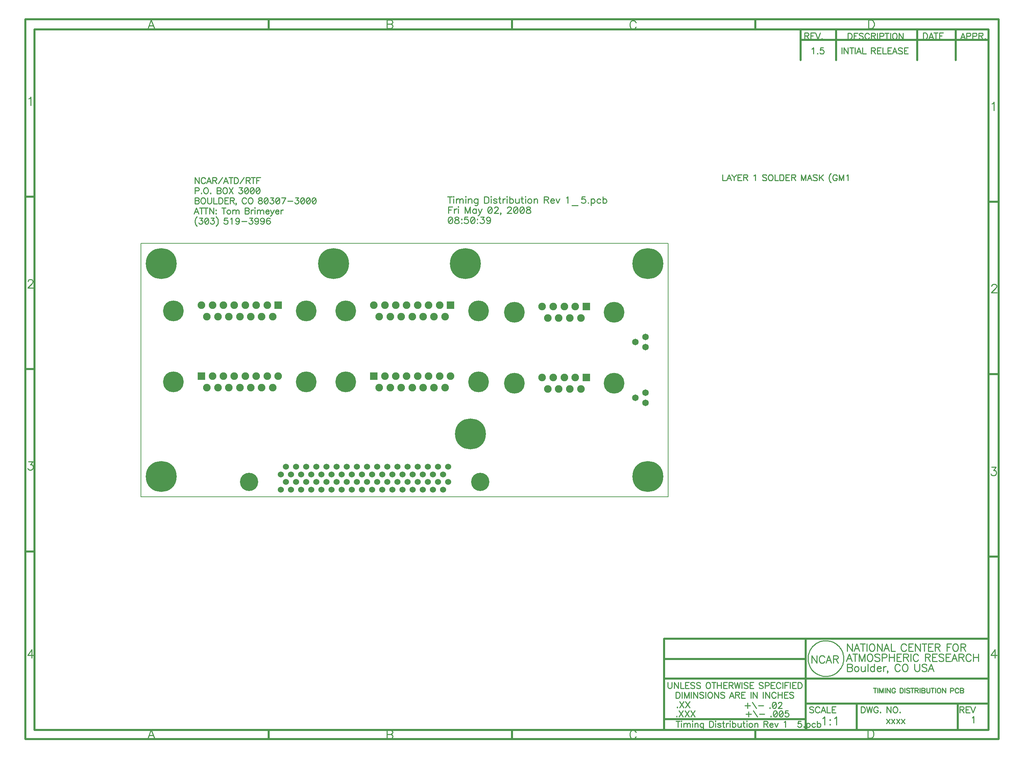
<source format=gm1>
G04*
G04  File:            TIMING DISTRIBUTION REV 1_5.GM1, Fri May 02 08:51:00 2008*
G04  Source:          P-CAD 2004 PCB, Version 18.02.360, (C:\Documents and Settings\Mike\My Documents\WIP\NCAR\5 - Tom Brimeyer\Timing Distribution PCB\Timing Distribution Rev 1_5.pcb)*
G04  Format:          Gerber Format (RS-274-D), ASCII*
G04*
G04  Format Options:  Absolute Positioning*
G04                   Leading-Zero Suppression*
G04                   Scale Factor 1:1*
G04                   NO Circular Interpolation*
G04                   Inch Units*
G04                   Numeric Format: 4.4 (XXXX.XXXX)*
G04                   G54 Used for Aperture Change*
G04                   Apertures Embedded*
G04*
G04  File Options:    Offset = (0.0mil,0.0mil)*
G04                   Drill Symbol Size = 50.0mil*
G04                   No Pad/Via Holes*
G04*
G04  File Contents:   Pads*
G04                   No Vias*
G04                   No Designators*
G04                   No Types*
G04                   No Values*
G04                   No Drill Symbols*
G04                   Board*
G04                   Top Mask*
G04                   Title*
G04*
%INTIMING DISTRIBUTION REV 1_5.GM1*%
%ICAS*%
%MOIN*%
G04*
G04  Aperture MACROs for general use --- invoked via D-code assignment *
G04*
G04  General MACRO for flashed round with rotation and/or offset hole *
%AMROTOFFROUND*
1,1,$1,0.0000,0.0000*
1,0,$2,$3,$4*%
G04*
G04  General MACRO for flashed oval (obround) with rotation and/or offset hole *
%AMROTOFFOVAL*
21,1,$1,$2,0.0000,0.0000,$3*
1,1,$4,$5,$6*
1,1,$4,0-$5,0-$6*
1,0,$7,$8,$9*%
G04*
G04  General MACRO for flashed oval (obround) with rotation and no hole *
%AMROTOVALNOHOLE*
21,1,$1,$2,0.0000,0.0000,$3*
1,1,$4,$5,$6*
1,1,$4,0-$5,0-$6*%
G04*
G04  General MACRO for flashed rectangle with rotation and/or offset hole *
%AMROTOFFRECT*
21,1,$1,$2,0.0000,0.0000,$3*
1,0,$4,$5,$6*%
G04*
G04  General MACRO for flashed rectangle with rotation and no hole *
%AMROTRECTNOHOLE*
21,1,$1,$2,0.0000,0.0000,$3*%
G04*
G04  General MACRO for flashed rounded-rectangle *
%AMROUNDRECT*
21,1,$1,$2-$4,0.0000,0.0000,$3*
21,1,$1-$4,$2,0.0000,0.0000,$3*
1,1,$4,$5,$6*
1,1,$4,$7,$8*
1,1,$4,0-$5,0-$6*
1,1,$4,0-$7,0-$8*
1,0,$9,$10,$11*%
G04*
G04  General MACRO for flashed rounded-rectangle with rotation and no hole *
%AMROUNDRECTNOHOLE*
21,1,$1,$2-$4,0.0000,0.0000,$3*
21,1,$1-$4,$2,0.0000,0.0000,$3*
1,1,$4,$5,$6*
1,1,$4,$7,$8*
1,1,$4,0-$5,0-$6*
1,1,$4,0-$7,0-$8*%
G04*
G04  General MACRO for flashed regular polygon *
%AMREGPOLY*
5,1,$1,0.0000,0.0000,$2,$3+$4*
1,0,$5,$6,$7*%
G04*
G04  General MACRO for flashed regular polygon with no hole *
%AMREGPOLYNOHOLE*
5,1,$1,0.0000,0.0000,$2,$3+$4*%
G04*
G04  General MACRO for target *
%AMTARGET*
6,0,0,$1,$2,$3,4,$4,$5,$6*%
G04*
G04  General MACRO for mounting hole *
%AMMTHOLE*
1,1,$1,0,0*
1,0,$2,0,0*
$1=$1-$2*
$1=$1/2*
21,1,$2+$1,$3,0,0,$4*
21,1,$3,$2+$1,0,0,$4*%
G04*
G04*
G04  D10 : "Ellipse X10.0mil Y10.0mil H0.0mil 0.0deg (0.0mil,0.0mil) Draw"*
G04  Disc: OuterDia=0.0100*
%ADD10C, 0.0100*%
G04  D11 : "Ellipse X15.0mil Y15.0mil H0.0mil 0.0deg (0.0mil,0.0mil) Draw"*
G04  Disc: OuterDia=0.0150*
%ADD11C, 0.0150*%
G04  D12 : "Ellipse X2.0mil Y2.0mil H0.0mil 0.0deg (0.0mil,0.0mil) Draw"*
G04  Disc: OuterDia=0.0020*
%ADD12C, 0.0020*%
G04  D13 : "Ellipse X20.0mil Y20.0mil H0.0mil 0.0deg (0.0mil,0.0mil) Draw"*
G04  Disc: OuterDia=0.0200*
%ADD13C, 0.0200*%
G04  D14 : "Ellipse X3.0mil Y3.0mil H0.0mil 0.0deg (0.0mil,0.0mil) Draw"*
G04  Disc: OuterDia=0.0030*
%ADD14C, 0.0030*%
G04  D15 : "Ellipse X35.0mil Y35.0mil H0.0mil 0.0deg (0.0mil,0.0mil) Draw"*
G04  Disc: OuterDia=0.0350*
%ADD15C, 0.0350*%
G04  D16 : "Ellipse X4.0mil Y4.0mil H0.0mil 0.0deg (0.0mil,0.0mil) Draw"*
G04  Disc: OuterDia=0.0040*
%ADD16C, 0.0040*%
G04  D17 : "Ellipse X50.0mil Y50.0mil H0.0mil 0.0deg (0.0mil,0.0mil) Draw"*
G04  Disc: OuterDia=0.0500*
%ADD17C, 0.0500*%
G04  D18 : "Ellipse X8.0mil Y8.0mil H0.0mil 0.0deg (0.0mil,0.0mil) Draw"*
G04  Disc: OuterDia=0.0080*
%ADD18C, 0.0080*%
G04  D19 : "Ellipse X129.0mil Y129.0mil H0.0mil 0.0deg (0.0mil,0.0mil) Flash"*
G04  Disc: OuterDia=0.1290*
%ADD19C, 0.1290*%
G04  D20 : "Ellipse X142.0mil Y142.0mil H0.0mil 0.0deg (0.0mil,0.0mil) Flash"*
G04  Disc: OuterDia=0.1420*
%ADD20C, 0.1420*%
G04  D21 : "Ellipse X175.0mil Y175.0mil H0.0mil 0.0deg (0.0mil,0.0mil) Flash"*
G04  Disc: OuterDia=0.1750*
%ADD21C, 0.1750*%
G04  D22 : "Ellipse X180.0mil Y180.0mil H0.0mil 0.0deg (0.0mil,0.0mil) Flash"*
G04  Disc: OuterDia=0.1800*
%ADD22C, 0.1800*%
G04  D23 : "Ellipse X200.0mil Y200.0mil H0.0mil 0.0deg (0.0mil,0.0mil) Flash"*
G04  Disc: OuterDia=0.2000*
%ADD23C, 0.2000*%
G04  D24 : "Ellipse X205.0mil Y205.0mil H0.0mil 0.0deg (0.0mil,0.0mil) Flash"*
G04  Disc: OuterDia=0.2050*
%ADD24C, 0.2050*%
G04  D25 : "Ellipse X235.0mil Y235.0mil H0.0mil 0.0deg (0.0mil,0.0mil) Flash"*
G04  Disc: OuterDia=0.2350*
%ADD25C, 0.2350*%
G04  D26 : "Ellipse X300.0mil Y300.0mil H0.0mil 0.0deg (0.0mil,0.0mil) Flash"*
G04  Disc: OuterDia=0.3000*
%ADD26C, 0.3000*%
G04  D27 : "Ellipse X305.0mil Y305.0mil H0.0mil 0.0deg (0.0mil,0.0mil) Flash"*
G04  Disc: OuterDia=0.3050*
%ADD27C, 0.3050*%
G04  D28 : "Ellipse X54.0mil Y54.0mil H0.0mil 0.0deg (0.0mil,0.0mil) Flash"*
G04  Disc: OuterDia=0.0540*
%ADD28C, 0.0540*%
G04  D29 : "Ellipse X55.0mil Y55.0mil H0.0mil 0.0deg (0.0mil,0.0mil) Flash"*
G04  Disc: OuterDia=0.0550*
%ADD29C, 0.0550*%
G04  D30 : "Ellipse X58.0mil Y58.0mil H0.0mil 0.0deg (0.0mil,0.0mil) Flash"*
G04  Disc: OuterDia=0.0580*
%ADD30C, 0.0580*%
G04  D31 : "Ellipse X60.0mil Y60.0mil H0.0mil 0.0deg (0.0mil,0.0mil) Flash"*
G04  Disc: OuterDia=0.0600*
%ADD31C, 0.0600*%
G04  D32 : "Ellipse X65.0mil Y65.0mil H0.0mil 0.0deg (0.0mil,0.0mil) Flash"*
G04  Disc: OuterDia=0.0650*
%ADD32C, 0.0650*%
G04  D33 : "Ellipse X70.0mil Y70.0mil H0.0mil 0.0deg (0.0mil,0.0mil) Flash"*
G04  Disc: OuterDia=0.0700*
%ADD33C, 0.0700*%
G04  D34 : "Ellipse X75.0mil Y75.0mil H0.0mil 0.0deg (0.0mil,0.0mil) Flash"*
G04  Disc: OuterDia=0.0750*
%ADD34C, 0.0750*%
G04  D35 : "Rectangle X70.0mil Y70.0mil H0.0mil 0.0deg (0.0mil,0.0mil) Flash"*
G04  Square: Side=0.0700, Rotation=0.0, OffsetX=0.0000, OffsetY=0.0000, HoleDia=0.0000*
%ADD35R, 0.0700 X0.0700*%
G04  D36 : "Rectangle X75.0mil Y75.0mil H0.0mil 0.0deg (0.0mil,0.0mil) Flash"*
G04  Square: Side=0.0750, Rotation=0.0, OffsetX=0.0000, OffsetY=0.0000, HoleDia=0.0000*
%ADD36R, 0.0750 X0.0750*%
G04  D37 : "Thermal 4 Spoke/45 O68.0mil I51.0mil G11.3mil 0.0deg (0.0mil,0.0mil) Flash"*
G04  Thermal Relief: OuterDia=0.0680, InnerDia=0.0510, GapWidth=0.0113, Rotation=45.0000 *
%AMTHERMAL4D37*
1,1,0.0680,0,0*
1,0,0.0510,0,0*
21,0,0.0680,0.0113,0,0,45.0000*
21,0,0.0113,0.0680,0,0,45.0000*%
%ADD37THERMAL4D37*%
G04  D38 : "Thermal 4 Spoke/45 O84.0mil I60.0mil G15.0mil 0.0deg (0.0mil,0.0mil) Flash"*
G04  Thermal Relief: OuterDia=0.0840, InnerDia=0.0600, GapWidth=0.0150, Rotation=45.0000 *
%AMTHERMAL4D38*
1,1,0.0840,0,0*
1,0,0.0600,0,0*
21,0,0.0840,0.0150,0,0,45.0000*
21,0,0.0150,0.0840,0,0,45.0000*%
%ADD38THERMAL4D38*%
G04  D39 : "Thermal 4 Spoke/45 O90.0mil I67.5mil G15.0mil 0.0deg (0.0mil,0.0mil) Flash"*
G04  Thermal Relief: OuterDia=0.0900, InnerDia=0.0675, GapWidth=0.0150, Rotation=45.0000 *
%AMTHERMAL4D39*
1,1,0.0900,0,0*
1,0,0.0675,0,0*
21,0,0.0900,0.0150,0,0,45.0000*
21,0,0.0150,0.0900,0,0,45.0000*%
%ADD39THERMAL4D39*%
G04  D40 : "Ellipse X25.0mil Y25.0mil H0.0mil 0.0deg (0.0mil,0.0mil) Flash"*
G04  Disc: OuterDia=0.0250*
%ADD40C, 0.0250*%
G04  D41 : "Ellipse X30.0mil Y30.0mil H0.0mil 0.0deg (0.0mil,0.0mil) Flash"*
G04  Disc: OuterDia=0.0300*
%ADD41C, 0.0300*%
G04  D42 : "Ellipse X33.0mil Y33.0mil H0.0mil 0.0deg (0.0mil,0.0mil) Flash"*
G04  Disc: OuterDia=0.0330*
%ADD42C, 0.0330*%
G04*
%FSLAX44Y44*%
%SFA1B1*%
%OFA0.0000B0.0000*%
G04*
G70*
G90*
G01*
D2*
%LNBoard*%
G54D18*
X12500Y50000*
Y25000D1*
X64500D2*
Y50000D1*
D2*
G54D10*
X18023Y52604*
X17966Y52547D1*
X17909Y52462*
X17852Y52348*
X17824Y52205*
Y52091*
X17852Y51948*
X17909Y51834*
X17966Y51748*
X18023Y51691*
X18252Y52490D2*
X18566D1*
X18395Y52262*
X18480*
X18537Y52233*
X18566Y52205*
X18594Y52119*
Y52062*
X18566Y51977*
X18509Y51919*
X18423Y51891*
X18337*
X18252Y51919*
X18223Y51948*
X18195Y52005*
X18937Y52490D2*
X18851Y52462D1*
X18794Y52376*
X18766Y52233*
Y52148*
X18794Y52005*
X18851Y51919*
X18937Y51891*
X18994*
X19080Y51919*
X19137Y52005*
X19165Y52148*
Y52233*
X19137Y52376*
X19080Y52462*
X18994Y52490*
X18937*
X19137Y52376D2*
X18794Y52005D1*
X19394Y52490D2*
X19708D1*
X19536Y52262*
X19622*
X19679Y52233*
X19708Y52205*
X19736Y52119*
Y52062*
X19708Y51977*
X19651Y51919*
X19565Y51891*
X19479*
X19394Y51919*
X19365Y51948*
X19337Y52005*
X19907Y52604D2*
X19965Y52547D1*
X20022Y52462*
X20079Y52348*
X20107Y52205*
Y52091*
X20079Y51948*
X20022Y51834*
X19965Y51748*
X19907Y51691*
X21021Y52490D2*
X20735D1*
X20707Y52233*
X20735Y52262*
X20821Y52290*
X20906*
X20992Y52262*
X21049Y52205*
X21078Y52119*
Y52062*
X21049Y51977*
X20992Y51919*
X20906Y51891*
X20821*
X20735Y51919*
X20707Y51948*
X20678Y52005*
X21335Y52376D2*
X21392Y52405D1*
X21477Y52490*
Y51891*
X22191Y52290D2*
X22162Y52205D1*
X22105Y52148*
X22020Y52119*
X21991*
X21906Y52148*
X21848Y52205*
X21820Y52290*
Y52319*
X21848Y52405*
X21906Y52462*
X21991Y52490*
X22020*
X22105Y52462*
X22162Y52405*
X22191Y52290*
Y52148*
X22162Y52005*
X22105Y51919*
X22020Y51891*
X21963*
X21877Y51919*
X21848Y51977*
X22419Y52148D2*
X22933D1*
X23190Y52490D2*
X23504D1*
X23333Y52262*
X23418*
X23475Y52233*
X23504Y52205*
X23533Y52119*
Y52062*
X23504Y51977*
X23447Y51919*
X23361Y51891*
X23276*
X23190Y51919*
X23161Y51948*
X23133Y52005*
X24075Y52290D2*
X24046Y52205D1*
X23989Y52148*
X23904Y52119*
X23875*
X23789Y52148*
X23732Y52205*
X23704Y52290*
Y52319*
X23732Y52405*
X23789Y52462*
X23875Y52490*
X23904*
X23989Y52462*
X24046Y52405*
X24075Y52290*
Y52148*
X24046Y52005*
X23989Y51919*
X23904Y51891*
X23847*
X23761Y51919*
X23732Y51977*
X24646Y52290D2*
X24617Y52205D1*
X24560Y52148*
X24475Y52119*
X24446*
X24360Y52148*
X24303Y52205*
X24275Y52290*
Y52319*
X24303Y52405*
X24360Y52462*
X24446Y52490*
X24475*
X24560Y52462*
X24617Y52405*
X24646Y52290*
Y52148*
X24617Y52005*
X24560Y51919*
X24475Y51891*
X24417*
X24332Y51919*
X24303Y51977*
X25217Y52405D2*
X25188Y52462D1*
X25102Y52490*
X25045*
X24960Y52462*
X24903Y52376*
X24874Y52233*
Y52091*
X24903Y51977*
X24960Y51919*
X25045Y51891*
X25074*
X25160Y51919*
X25217Y51977*
X25245Y52062*
Y52091*
X25217Y52176*
X25160Y52233*
X25074Y52262*
X25045*
X24960Y52233*
X24903Y52176*
X24874Y52091*
X18221Y56487D2*
Y55890D1*
X17823Y56487*
Y55890*
X18847Y56345D2*
X18819Y56402D1*
X18762Y56459*
X18705Y56487*
X18591*
X18534Y56459*
X18477Y56402*
X18449Y56345*
X18420Y56260*
Y56118*
X18449Y56032*
X18477Y55975*
X18534Y55919*
X18591Y55890*
X18705*
X18762Y55919*
X18819Y55975*
X18847Y56032*
X19416Y55890D2*
X19188Y56487D1*
X18961Y55890*
X19046Y56089D2*
X19330D1*
X19558Y56203D2*
X19814D1*
X19899Y56231*
X19928Y56260*
X19956Y56317*
Y56374*
X19928Y56430*
X19899Y56459*
X19814Y56487*
X19558*
Y55890*
X19757Y56203D2*
X19956Y55890D1*
X20127D2*
X20525Y56487D1*
X21094Y55890D2*
X20866Y56487D1*
X20639Y55890*
X20724Y56089D2*
X21008D1*
X21350Y56487D2*
Y55890D1*
X21150Y56487D2*
X21549D1*
X21691D2*
Y55890D1*
X21890*
X21975Y55919*
X22032Y55975*
X22060Y56032*
X22089Y56118*
Y56260*
X22060Y56345*
X22032Y56402*
X21975Y56459*
X21890Y56487*
X21691*
X22259Y55890D2*
X22658Y56487D1*
X22857Y56203D2*
X23113D1*
X23198Y56231*
X23226Y56260*
X23255Y56317*
Y56374*
X23226Y56430*
X23198Y56459*
X23113Y56487*
X22857*
Y55890*
X23056Y56203D2*
X23255Y55890D1*
X23568Y56487D2*
Y55890D1*
X23369Y56487D2*
X23767D1*
X24279D2*
X23909D1*
Y55890*
Y56203D2*
X24136D1*
X17823Y55175D2*
X18079D1*
X18165Y55203*
X18193Y55231*
X18221Y55288*
Y55374*
X18193Y55430*
X18165Y55459*
X18079Y55487*
X17823*
Y54890*
X18449Y54947D2*
X18420Y54919D1*
X18449Y54890*
X18477Y54919*
X18449Y54947*
X18847Y55487D2*
X18790Y55459D1*
X18733Y55402*
X18705Y55345*
X18676Y55260*
Y55118*
X18705Y55032*
X18733Y54975*
X18790Y54919*
X18847Y54890*
X18961*
X19018Y54919*
X19074Y54975*
X19103Y55032*
X19131Y55118*
Y55260*
X19103Y55345*
X19074Y55402*
X19018Y55459*
X18961Y55487*
X18847*
X19359Y54947D2*
X19330Y54919D1*
X19359Y54890*
X19387Y54919*
X19359Y54947*
X19984Y55487D2*
Y54890D1*
X20240*
X20326Y54919*
X20354Y54947*
X20383Y55004*
Y55089*
X20354Y55146*
X20326Y55175*
X20240Y55203*
X20326Y55231*
X20354Y55260*
X20383Y55317*
Y55374*
X20354Y55430*
X20326Y55459*
X20240Y55487*
X19984*
Y55203D2*
X20240D1*
X20724Y55487D2*
X20667Y55459D1*
X20610Y55402*
X20582Y55345*
X20553Y55260*
Y55118*
X20582Y55032*
X20610Y54975*
X20667Y54919*
X20724Y54890*
X20838*
X20894Y54919*
X20951Y54975*
X20980Y55032*
X21008Y55118*
Y55260*
X20980Y55345*
X20951Y55402*
X20894Y55459*
X20838Y55487*
X20724*
X21179D2*
X21577Y54890D1*
Y55487D2*
X21179Y54890D1*
X22174Y55487D2*
X22487D1*
X22316Y55260*
X22402*
X22459Y55231*
X22487Y55203*
X22515Y55118*
Y55061*
X22487Y54975*
X22430Y54919*
X22345Y54890*
X22260*
X22174Y54919*
X22146Y54947*
X22117Y55004*
X22857Y55487D2*
X22771Y55459D1*
X22714Y55374*
X22686Y55231*
Y55146*
X22714Y55004*
X22771Y54919*
X22857Y54890*
X22914*
X22999Y54919*
X23056Y55004*
X23084Y55146*
Y55231*
X23056Y55374*
X22999Y55459*
X22914Y55487*
X22857*
X23056Y55374D2*
X22714Y55004D1*
X23425Y55487D2*
X23340Y55459D1*
X23283Y55374*
X23255Y55231*
Y55146*
X23283Y55004*
X23340Y54919*
X23425Y54890*
X23482*
X23568Y54919*
X23625Y55004*
X23653Y55146*
Y55231*
X23625Y55374*
X23568Y55459*
X23482Y55487*
X23425*
X23625Y55374D2*
X23283Y55004D1*
X23994Y55487D2*
X23909Y55459D1*
X23852Y55374*
X23824Y55231*
Y55146*
X23852Y55004*
X23909Y54919*
X23994Y54890*
X24051*
X24136Y54919*
X24193Y55004*
X24222Y55146*
Y55231*
X24193Y55374*
X24136Y55459*
X24051Y55487*
X23994*
X24193Y55374D2*
X23852Y55004D1*
X18195Y52891D2*
X17966Y53490D1*
X17738Y52891*
X17824Y53090D2*
X18109D1*
X18451Y53490D2*
Y52891D1*
X18252Y53490D2*
X18651D1*
X18908D2*
Y52891D1*
X18708Y53490D2*
X19107D1*
X19650D2*
Y52891D1*
X19250Y53490*
Y52891*
X19906Y53290D2*
X19878Y53262D1*
X19906Y53233*
X19935Y53262*
X19906Y53290*
Y52948D2*
X19878Y52919D1*
X19906Y52891*
X19935Y52919*
X19906Y52948*
X20648Y53490D2*
Y52891D1*
X20448Y53490D2*
X20848D1*
X21105Y53290D2*
X21047Y53262D1*
X20990Y53205*
X20962Y53119*
Y53062*
X20990Y52976*
X21047Y52919*
X21105Y52891*
X21190*
X21247Y52919*
X21304Y52976*
X21333Y53062*
Y53119*
X21304Y53205*
X21247Y53262*
X21190Y53290*
X21105*
X21532D2*
Y52891D1*
Y53176D2*
X21618Y53262D1*
X21675Y53290*
X21761*
X21818Y53262*
X21846Y53176*
Y52891*
Y53176D2*
X21932Y53262D1*
X21989Y53290*
X22075*
X22132Y53262*
X22160Y53176*
Y52891*
X22759Y53490D2*
Y52891D1*
X23016*
X23102Y52919*
X23130Y52948*
X23159Y53005*
Y53090*
X23130Y53148*
X23102Y53176*
X23016Y53205*
X23102Y53233*
X23130Y53262*
X23159Y53319*
Y53376*
X23130Y53433*
X23102Y53461*
X23016Y53490*
X22759*
Y53205D2*
X23016D1*
X23358Y53290D2*
Y52891D1*
Y53119D2*
X23387Y53205D1*
X23444Y53262*
X23501Y53290*
X23587*
X23701Y53490D2*
X23729Y53461D1*
X23758Y53490*
X23729Y53518*
X23701Y53490*
X23729Y53290D2*
Y52891D1*
X23957Y53290D2*
Y52891D1*
Y53176D2*
X24043Y53262D1*
X24100Y53290*
X24186*
X24243Y53262*
X24271Y53176*
Y52891*
Y53176D2*
X24357Y53262D1*
X24414Y53290*
X24500*
X24557Y53262*
X24585Y53176*
Y52891*
X24785Y53119D2*
X25127D1*
Y53176*
X25099Y53233*
X25070Y53262*
X25013Y53290*
X24927*
X24870Y53262*
X24813Y53205*
X24785Y53119*
Y53062*
X24813Y52976*
X24870Y52919*
X24927Y52891*
X25013*
X25070Y52919*
X25127Y52976*
X25270Y53290D2*
X25441Y52891D1*
X25384Y52777*
X25327Y52720*
X25270Y52691*
X25241*
X25612Y53290D2*
X25441Y52891D1*
X25755Y53119D2*
X26097D1*
Y53176*
X26069Y53233*
X26040Y53262*
X25983Y53290*
X25897*
X25840Y53262*
X25783Y53205*
X25755Y53119*
Y53062*
X25783Y52976*
X25840Y52919*
X25897Y52891*
X25983*
X26040Y52919*
X26097Y52976*
X26297Y53290D2*
Y52891D1*
Y53119D2*
X26325Y53205D1*
X26382Y53262*
X26440Y53290*
X26525*
X43243Y53598D2*
X42835D1*
Y52939*
Y53284D2*
X43086D1*
X43400Y53378D2*
Y52939D1*
Y53190D2*
X43431Y53284D1*
X43494Y53347*
X43556Y53378*
X43651*
X43776Y53598D2*
X43807Y53566D1*
X43839Y53598*
X43807Y53629*
X43776Y53598*
X43807Y53378D2*
Y52939D1*
X44968D2*
Y53598D1*
X44717Y52939*
X44466Y53598*
Y52939*
X45564Y53378D2*
Y52939D1*
Y53284D2*
X45501Y53347D1*
X45439Y53378*
X45344*
X45282Y53347*
X45219Y53284*
X45188Y53190*
Y53127*
X45219Y53033*
X45282Y52970*
X45344Y52939*
X45439*
X45501Y52970*
X45564Y53033*
X45752Y53378D2*
X45940Y52939D1*
X45878Y52814*
X45815Y52751*
X45752Y52720*
X45721*
X46129Y53378D2*
X45940Y52939D1*
X46881Y53598D2*
X46787Y53566D1*
X46725Y53472*
X46693Y53315*
Y53221*
X46725Y53065*
X46787Y52970*
X46881Y52939*
X46944*
X47038Y52970*
X47101Y53065*
X47132Y53221*
Y53315*
X47101Y53472*
X47038Y53566*
X46944Y53598*
X46881*
X47101Y53472D2*
X46725Y53065D1*
X47352Y53441D2*
Y53472D1*
X47383Y53535*
X47415Y53566*
X47477Y53598*
X47603*
X47666Y53566*
X47697Y53535*
X47728Y53472*
Y53410*
X47697Y53347*
X47634Y53253*
X47321Y52939*
X47760*
X47979Y52970D2*
X47948Y52939D1*
X47917Y52970*
X47948Y53002*
X47979Y52970*
Y52908*
X47948Y52845*
X47917Y52814*
X48638Y53441D2*
Y53472D1*
X48669Y53535*
X48701Y53566*
X48764Y53598*
X48889*
X48952Y53566*
X48983Y53535*
X49015Y53472*
Y53410*
X48983Y53347*
X48920Y53253*
X48607Y52939*
X49046*
X49422Y53598D2*
X49328Y53566D1*
X49265Y53472*
X49234Y53315*
Y53221*
X49265Y53065*
X49328Y52970*
X49422Y52939*
X49485*
X49579Y52970*
X49642Y53065*
X49673Y53221*
Y53315*
X49642Y53472*
X49579Y53566*
X49485Y53598*
X49422*
X49642Y53472D2*
X49265Y53065D1*
X50050Y53598D2*
X49956Y53566D1*
X49893Y53472*
X49861Y53315*
Y53221*
X49893Y53065*
X49956Y52970*
X50050Y52939*
X50112*
X50207Y52970*
X50269Y53065*
X50301Y53221*
Y53315*
X50269Y53472*
X50207Y53566*
X50112Y53598*
X50050*
X50269Y53472D2*
X49893Y53065D1*
X50646Y53598D2*
X50552Y53566D1*
X50520Y53504*
Y53441*
X50552Y53378*
X50614Y53347*
X50740Y53315*
X50834Y53284*
X50897Y53221*
X50928Y53159*
Y53065*
X50897Y53002*
X50865Y52970*
X50771Y52939*
X50646*
X50552Y52970*
X50520Y53002*
X50489Y53065*
Y53159*
X50520Y53221*
X50583Y53284*
X50677Y53315*
X50803Y53347*
X50865Y53378*
X50897Y53441*
Y53504*
X50865Y53566*
X50771Y53598*
X50646*
X42991Y52595D2*
X42897Y52563D1*
X42835Y52470*
X42803Y52313*
Y52220*
X42835Y52063*
X42897Y51970*
X42991Y51938*
X43053*
X43147Y51970*
X43210Y52063*
X43241Y52220*
Y52313*
X43210Y52470*
X43147Y52563*
X43053Y52595*
X42991*
X43210Y52470D2*
X42835Y52063D1*
X43585Y52595D2*
X43491Y52563D1*
X43460Y52501*
Y52438*
X43491Y52376*
X43553Y52345*
X43678Y52313*
X43772Y52282*
X43835Y52220*
X43866Y52157*
Y52063*
X43835Y52001*
X43803Y51970*
X43710Y51938*
X43585*
X43491Y51970*
X43460Y52001*
X43428Y52063*
Y52157*
X43460Y52220*
X43522Y52282*
X43616Y52313*
X43741Y52345*
X43803Y52376*
X43835Y52438*
Y52501*
X43803Y52563*
X43710Y52595*
X43585*
X44116Y52376D2*
X44085Y52345D1*
X44116Y52313*
X44147Y52345*
X44116Y52376*
Y52001D2*
X44085Y51970D1*
X44116Y51938*
X44147Y51970*
X44116Y52001*
X44741Y52595D2*
X44428D1*
X44397Y52313*
X44428Y52345*
X44522Y52376*
X44616*
X44710Y52345*
X44772Y52282*
X44803Y52188*
Y52126*
X44772Y52032*
X44710Y51970*
X44616Y51938*
X44522*
X44428Y51970*
X44397Y52001*
X44366Y52063*
X45178Y52595D2*
X45085Y52563D1*
X45022Y52470*
X44991Y52313*
Y52220*
X45022Y52063*
X45085Y51970*
X45178Y51938*
X45241*
X45335Y51970*
X45397Y52063*
X45428Y52220*
Y52313*
X45397Y52470*
X45335Y52563*
X45241Y52595*
X45178*
X45397Y52470D2*
X45022Y52063D1*
X45678Y52376D2*
X45647Y52345D1*
X45678Y52313*
X45710Y52345*
X45678Y52376*
Y52001D2*
X45647Y51970D1*
X45678Y51938*
X45710Y51970*
X45678Y52001*
X45991Y52595D2*
X46335D1*
X46147Y52345*
X46241*
X46303Y52313*
X46335Y52282*
X46366Y52188*
Y52126*
X46335Y52032*
X46272Y51970*
X46178Y51938*
X46085*
X45991Y51970*
X45960Y52001*
X45928Y52063*
X46960Y52376D2*
X46928Y52282D1*
X46866Y52220*
X46772Y52188*
X46741*
X46647Y52220*
X46585Y52282*
X46553Y52376*
Y52407*
X46585Y52501*
X46647Y52563*
X46741Y52595*
X46772*
X46866Y52563*
X46928Y52501*
X46960Y52376*
Y52220*
X46928Y52063*
X46866Y51970*
X46772Y51938*
X46710*
X46616Y51970*
X46585Y52032*
X17824Y54489D2*
Y53891D1*
X18080*
X18166Y53919*
X18194Y53948*
X18223Y54005*
Y54090*
X18194Y54147*
X18166Y54176*
X18080Y54204*
X18166Y54233*
X18194Y54261*
X18223Y54318*
Y54375*
X18194Y54432*
X18166Y54461*
X18080Y54489*
X17824*
Y54204D2*
X18080D1*
X18565Y54489D2*
X18508Y54461D1*
X18451Y54404*
X18422Y54347*
X18394Y54261*
Y54119*
X18422Y54033*
X18451Y53976*
X18508Y53919*
X18565Y53891*
X18679*
X18736Y53919*
X18793Y53976*
X18821Y54033*
X18850Y54119*
Y54261*
X18821Y54347*
X18793Y54404*
X18736Y54461*
X18679Y54489*
X18565*
X19049D2*
Y54062D1*
X19078Y53976*
X19135Y53919*
X19220Y53891*
X19277*
X19363Y53919*
X19420Y53976*
X19448Y54062*
Y54489*
X19676D2*
Y53891D1*
X20018*
X20161Y54489D2*
Y53891D1*
X20360*
X20446Y53919*
X20503Y53976*
X20531Y54033*
X20560Y54119*
Y54261*
X20531Y54347*
X20503Y54404*
X20446Y54461*
X20360Y54489*
X20161*
X21130D2*
X20759D1*
Y53891*
X21130*
X20759Y54204D2*
X20988D1*
X21301D2*
X21558D1*
X21643Y54233*
X21672Y54261*
X21700Y54318*
Y54375*
X21672Y54432*
X21643Y54461*
X21558Y54489*
X21301*
Y53891*
X21501Y54204D2*
X21700Y53891D1*
X21900Y53919D2*
X21871Y53891D1*
X21843Y53919*
X21871Y53948*
X21900Y53919*
Y53862*
X21871Y53805*
X21843Y53777*
X22897Y54347D2*
X22869Y54404D1*
X22812Y54461*
X22755Y54489*
X22641*
X22584Y54461*
X22527Y54404*
X22498Y54347*
X22470Y54261*
Y54119*
X22498Y54033*
X22527Y53976*
X22584Y53919*
X22641Y53891*
X22755*
X22812Y53919*
X22869Y53976*
X22897Y54033*
X23239Y54489D2*
X23182Y54461D1*
X23125Y54404*
X23097Y54347*
X23068Y54261*
Y54119*
X23097Y54033*
X23125Y53976*
X23182Y53919*
X23239Y53891*
X23353*
X23410Y53919*
X23467Y53976*
X23496Y54033*
X23524Y54119*
Y54261*
X23496Y54347*
X23467Y54404*
X23410Y54461*
X23353Y54489*
X23239*
X24209D2*
X24123Y54461D1*
X24094Y54404*
Y54347*
X24123Y54290*
X24180Y54261*
X24294Y54233*
X24380Y54204*
X24437Y54147*
X24465Y54090*
Y54005*
X24437Y53948*
X24408Y53919*
X24323Y53891*
X24209*
X24123Y53919*
X24094Y53948*
X24066Y54005*
Y54090*
X24094Y54147*
X24151Y54204*
X24237Y54233*
X24351Y54261*
X24408Y54290*
X24437Y54347*
Y54404*
X24408Y54461*
X24323Y54489*
X24209*
X24807D2*
X24722Y54461D1*
X24665Y54375*
X24636Y54233*
Y54147*
X24665Y54005*
X24722Y53919*
X24807Y53891*
X24864*
X24950Y53919*
X25007Y54005*
X25035Y54147*
Y54233*
X25007Y54375*
X24950Y54461*
X24864Y54489*
X24807*
X25007Y54375D2*
X24665Y54005D1*
X25263Y54489D2*
X25577D1*
X25406Y54261*
X25491*
X25548Y54233*
X25577Y54204*
X25605Y54119*
Y54062*
X25577Y53976*
X25520Y53919*
X25434Y53891*
X25349*
X25263Y53919*
X25235Y53948*
X25206Y54005*
X25947Y54489D2*
X25862Y54461D1*
X25805Y54375*
X25776Y54233*
Y54147*
X25805Y54005*
X25862Y53919*
X25947Y53891*
X26004*
X26090Y53919*
X26147Y54005*
X26175Y54147*
Y54233*
X26147Y54375*
X26090Y54461*
X26004Y54489*
X25947*
X26147Y54375D2*
X25805Y54005D1*
X26460Y53891D2*
X26745Y54489D1*
X26346*
X26945Y54147D2*
X27458D1*
X27715Y54489D2*
X28028D1*
X27857Y54261*
X27943*
X28000Y54233*
X28028Y54204*
X28057Y54119*
Y54062*
X28028Y53976*
X27971Y53919*
X27886Y53891*
X27800*
X27715Y53919*
X27686Y53948*
X27658Y54005*
X28399Y54489D2*
X28313Y54461D1*
X28256Y54375*
X28228Y54233*
Y54147*
X28256Y54005*
X28313Y53919*
X28399Y53891*
X28456*
X28541Y53919*
X28598Y54005*
X28627Y54147*
Y54233*
X28598Y54375*
X28541Y54461*
X28456Y54489*
X28399*
X28598Y54375D2*
X28256Y54005D1*
X28969Y54489D2*
X28883Y54461D1*
X28826Y54375*
X28798Y54233*
Y54147*
X28826Y54005*
X28883Y53919*
X28969Y53891*
X29026*
X29111Y53919*
X29168Y54005*
X29197Y54147*
Y54233*
X29168Y54375*
X29111Y54461*
X29026Y54489*
X28969*
X29168Y54375D2*
X28826Y54005D1*
X29539Y54489D2*
X29453Y54461D1*
X29396Y54375*
X29368Y54233*
Y54147*
X29396Y54005*
X29453Y53919*
X29539Y53891*
X29596*
X29681Y53919*
X29738Y54005*
X29767Y54147*
Y54233*
X29738Y54375*
X29681Y54461*
X29596Y54489*
X29539*
X29738Y54375D2*
X29396Y54005D1*
X42960Y54596D2*
Y53939D1*
X42741Y54596D2*
X43179D1*
X43304D2*
X43336Y54565D1*
X43367Y54596*
X43336Y54628*
X43304Y54596*
X43336Y54377D2*
Y53939D1*
X43586Y54377D2*
Y53939D1*
Y54252D2*
X43680Y54346D1*
X43743Y54377*
X43837*
X43899Y54346*
X43931Y54252*
Y53939*
Y54252D2*
X44025Y54346D1*
X44087Y54377*
X44181*
X44244Y54346*
X44275Y54252*
Y53939*
X44494Y54596D2*
X44526Y54565D1*
X44557Y54596*
X44526Y54628*
X44494Y54596*
X44526Y54377D2*
Y53939D1*
X44776Y54377D2*
Y53939D1*
Y54252D2*
X44870Y54346D1*
X44933Y54377*
X45027*
X45089Y54346*
X45121Y54252*
Y53939*
X45715Y54377D2*
Y53876D1*
X45684Y53782*
X45653Y53751*
X45590Y53720*
X45496*
X45434Y53751*
X45715Y54283D2*
X45653Y54346D1*
X45590Y54377*
X45496*
X45434Y54346*
X45371Y54283*
X45340Y54189*
Y54127*
X45371Y54033*
X45434Y53970*
X45496Y53939*
X45590*
X45653Y53970*
X45715Y54033*
X46373Y54596D2*
Y53939D1*
X46592*
X46686Y53970*
X46749Y54033*
X46780Y54095*
X46811Y54189*
Y54346*
X46780Y54440*
X46749Y54502*
X46686Y54565*
X46592Y54596*
X46373*
X46999D2*
X47031Y54565D1*
X47062Y54596*
X47031Y54628*
X46999Y54596*
X47031Y54377D2*
Y53939D1*
X47594Y54283D2*
X47563Y54346D1*
X47469Y54377*
X47375*
X47281Y54346*
X47250Y54283*
X47281Y54220*
X47344Y54189*
X47500Y54158*
X47563Y54127*
X47594Y54064*
Y54033*
X47563Y53970*
X47469Y53939*
X47375*
X47281Y53970*
X47250Y54033*
X47845Y54596D2*
Y54064D1*
X47876Y53970*
X47939Y53939*
X48001*
X47751Y54377D2*
X47970D1*
X48189D2*
Y53939D1*
Y54189D2*
X48220Y54283D1*
X48283Y54346*
X48346Y54377*
X48440*
X48565Y54596D2*
X48596Y54565D1*
X48627Y54596*
X48596Y54628*
X48565Y54596*
X48596Y54377D2*
Y53939D1*
X48847Y54596D2*
Y53939D1*
Y54283D2*
X48909Y54346D1*
X48972Y54377*
X49066*
X49128Y54346*
X49191Y54283*
X49222Y54189*
Y54127*
X49191Y54033*
X49128Y53970*
X49066Y53939*
X48972*
X48909Y53970*
X48847Y54033*
X49442Y54377D2*
Y54064D1*
X49473Y53970*
X49536Y53939*
X49629*
X49692Y53970*
X49786Y54064*
Y54377D2*
Y53939D1*
X50068Y54596D2*
Y54064D1*
X50099Y53970*
X50162Y53939*
X50224*
X49974Y54377D2*
X50193D1*
X50381Y54596D2*
X50412Y54565D1*
X50444Y54596*
X50412Y54628*
X50381Y54596*
X50412Y54377D2*
Y53939D1*
X50788Y54377D2*
X50725Y54346D1*
X50663Y54283*
X50631Y54189*
Y54127*
X50663Y54033*
X50725Y53970*
X50788Y53939*
X50882*
X50945Y53970*
X51007Y54033*
X51038Y54127*
Y54189*
X51007Y54283*
X50945Y54346*
X50882Y54377*
X50788*
X51258D2*
Y53939D1*
Y54252D2*
X51352Y54346D1*
X51414Y54377*
X51508*
X51571Y54346*
X51602Y54252*
Y53939*
X52260Y54283D2*
X52541D1*
X52635Y54314*
X52667Y54346*
X52698Y54408*
Y54471*
X52667Y54534*
X52635Y54565*
X52541Y54596*
X52260*
Y53939*
X52479Y54283D2*
X52698Y53939D1*
X52886Y54189D2*
X53262D1*
Y54252*
X53230Y54314*
X53199Y54346*
X53136Y54377*
X53042*
X52980Y54346*
X52917Y54283*
X52886Y54189*
Y54127*
X52917Y54033*
X52980Y53970*
X53042Y53939*
X53136*
X53199Y53970*
X53262Y54033*
X53418Y54377D2*
X53606Y53939D1*
X53794Y54377*
X54451Y54471D2*
X54514Y54502D1*
X54608Y54596*
Y53939*
X54984Y53720D2*
X55579D1*
X56299Y54596D2*
X55986D1*
X55954Y54314*
X55986Y54346*
X56080Y54377*
X56174*
X56268Y54346*
X56330Y54283*
X56362Y54189*
Y54127*
X56330Y54033*
X56268Y53970*
X56174Y53939*
X56080*
X55986Y53970*
X55954Y54001*
X55923Y54064*
X56612Y54001D2*
X56581Y53970D1*
X56612Y53939*
X56643Y53970*
X56612Y54001*
X56894Y54377D2*
Y53720D1*
Y54283D2*
X56956Y54346D1*
X57019Y54377*
X57113*
X57176Y54346*
X57238Y54283*
X57270Y54189*
Y54127*
X57238Y54033*
X57176Y53970*
X57113Y53939*
X57019*
X56956Y53970*
X56894Y54033*
X57833Y54283D2*
X57771Y54346D1*
X57708Y54377*
X57614*
X57551Y54346*
X57489Y54283*
X57457Y54189*
Y54127*
X57489Y54033*
X57551Y53970*
X57614Y53939*
X57708*
X57771Y53970*
X57833Y54033*
X58052Y54596D2*
Y53939D1*
Y54283D2*
X58115Y54346D1*
X58178Y54377*
X58272*
X58334Y54346*
X58397Y54283*
X58428Y54189*
Y54127*
X58397Y54033*
X58334Y53970*
X58272Y53939*
X58178*
X58115Y53970*
X58052Y54033*
D2*
G54D18*
X12500Y25000*
X64500D1*
Y50000D2*
X12500D1*
%LNTop Mask*%
D2*
G54D10*
X69864Y56769*
Y56171D1*
X70206*
X70719D2*
X70491Y56769D1*
X70263Y56171*
X70348Y56370D2*
X70633D1*
X70776Y56769D2*
X71004Y56484D1*
Y56171*
X71232Y56769D2*
X71004Y56484D1*
X71745Y56769D2*
X71374D1*
Y56171*
X71745*
X71374Y56484D2*
X71602D1*
X71916D2*
X72172D1*
X72258Y56513*
X72286Y56541*
X72315Y56598*
Y56655*
X72286Y56712*
X72258Y56741*
X72172Y56769*
X71916*
Y56171*
X72115Y56484D2*
X72315Y56171D1*
X72942Y56655D2*
X72999Y56684D1*
X73084Y56769*
Y56171*
X74196Y56684D2*
X74139Y56741D1*
X74053Y56769*
X73939*
X73854Y56741*
X73797Y56684*
Y56627*
X73825Y56570*
X73854Y56541*
X73911Y56513*
X74082Y56456*
X74139Y56427*
X74167Y56399*
X74196Y56342*
Y56256*
X74139Y56199*
X74053Y56171*
X73939*
X73854Y56199*
X73797Y56256*
X74538Y56769D2*
X74481Y56741D1*
X74424Y56684*
X74395Y56627*
X74367Y56541*
Y56399*
X74395Y56313*
X74424Y56256*
X74481Y56199*
X74538Y56171*
X74652*
X74709Y56199*
X74766Y56256*
X74794Y56313*
X74823Y56399*
Y56541*
X74794Y56627*
X74766Y56684*
X74709Y56741*
X74652Y56769*
X74538*
X75022D2*
Y56171D1*
X75364*
X75507Y56769D2*
Y56171D1*
X75706*
X75792Y56199*
X75849Y56256*
X75877Y56313*
X75906Y56399*
Y56541*
X75877Y56627*
X75849Y56684*
X75792Y56741*
X75706Y56769*
X75507*
X76476D2*
X76105D1*
Y56171*
X76476*
X76105Y56484D2*
X76333D1*
X76647D2*
X76903D1*
X76989Y56513*
X77017Y56541*
X77046Y56598*
Y56655*
X77017Y56712*
X76989Y56741*
X76903Y56769*
X76647*
Y56171*
X76846Y56484D2*
X77046Y56171D1*
X78072D2*
Y56769D1*
X77844Y56171*
X77616Y56769*
Y56171*
X78670D2*
X78442Y56769D1*
X78214Y56171*
X78300Y56370D2*
X78585D1*
X79183Y56684D2*
X79126Y56741D1*
X79041Y56769*
X78927*
X78841Y56741*
X78784Y56684*
Y56627*
X78813Y56570*
X78841Y56541*
X78898Y56513*
X79069Y56456*
X79126Y56427*
X79155Y56399*
X79183Y56342*
Y56256*
X79126Y56199*
X79041Y56171*
X78927*
X78841Y56199*
X78784Y56256*
X79383Y56769D2*
Y56171D1*
X79782Y56769D2*
X79383Y56370D1*
X79525Y56513D2*
X79782Y56171D1*
X80551Y56883D2*
X80494Y56826D1*
X80437Y56741*
X80380Y56627*
X80352Y56484*
Y56370*
X80380Y56228*
X80437Y56114*
X80494Y56028*
X80551Y55971*
X81150Y56627D2*
X81121Y56684D1*
X81064Y56741*
X81007Y56769*
X80893*
X80836Y56741*
X80779Y56684*
X80751Y56627*
X80722Y56541*
Y56399*
X80751Y56313*
X80779Y56256*
X80836Y56199*
X80893Y56171*
X81007*
X81064Y56199*
X81121Y56256*
X81150Y56313*
Y56399*
X81007*
X81806Y56171D2*
Y56769D1*
X81578Y56171*
X81350Y56769*
Y56171*
X82091Y56655D2*
X82148Y56684D1*
X82233Y56769*
Y56171*
D2*
G54D27*
X45000Y31200D3*
X31500Y48000D3*
X44500D3*
G54D34*
X36550Y43870D3*
X36010Y42750D3*
X37090D3*
X38710Y43870D3*
X39250Y42750D3*
X39790Y43870D3*
X40330Y42750D3*
X41950Y43870D3*
X42490Y42750D3*
G54D36*
X43030Y43870D3*
G54D24*
X45810Y43310D3*
G54D34*
X37630Y43870D3*
X35470D3*
X38170Y42750D3*
X40870Y43870D3*
X41410Y42750D3*
G54D24*
X32690Y43310D3*
G54D34*
X19550Y43870D3*
X19010Y42750D3*
X20090D3*
X21710Y43870D3*
X22250Y42750D3*
X22790Y43870D3*
X23330Y42750D3*
X24950Y43870D3*
X25490Y42750D3*
G54D36*
X26030Y43870D3*
G54D24*
X28810Y43310D3*
G54D34*
X20630Y43870D3*
X18470D3*
X21170Y42750D3*
X23870Y43870D3*
X24410Y42750D3*
G54D24*
X15690Y43310D3*
G54D32*
X62250Y34250D3*
Y35250D3*
X61250Y34750D3*
X62250Y39750D3*
Y40750D3*
X61250Y40250D3*
G54D27*
X14500Y27000D3*
Y48000D3*
G54D34*
X19550Y36870D3*
X19010Y35750D3*
X20090D3*
X22250D3*
X22790Y36870D3*
X21710D3*
X23330Y35750D3*
X24950Y36870D3*
X25490Y35750D3*
X26030Y36870D3*
G54D24*
X28810Y36310D3*
G54D34*
X20630Y36870D3*
X21170Y35750D3*
G54D36*
X18470Y36870D3*
G54D34*
X23870D3*
X24410Y35750D3*
G54D24*
X15690Y36310D3*
G54D34*
X36550Y36870D3*
X36010Y35750D3*
X37090D3*
X39250D3*
X39790Y36870D3*
X38710D3*
X40330Y35750D3*
X41950Y36870D3*
X42490Y35750D3*
X43030Y36870D3*
G54D24*
X45810Y36310D3*
G54D34*
X37630Y36870D3*
X38170Y35750D3*
G54D36*
X35470Y36870D3*
G54D34*
X40870D3*
X41410Y35750D3*
G54D24*
X32690Y36310D3*
G54D31*
X42300Y25700D3*
X42800Y27950D3*
X42300Y27200D3*
X41800Y27950D3*
X40300Y25700D3*
X39300D3*
X40800Y27950D3*
X40300Y27200D3*
X39800Y27950D3*
X39300Y27200D3*
X38800Y27950D3*
X37300Y25700D3*
X36300D3*
X37800Y27950D3*
X37300Y27200D3*
X36800Y27950D3*
X36300Y27200D3*
X35800Y27950D3*
X34300Y25700D3*
X33300D3*
X34800Y27950D3*
X34300Y27200D3*
X33800Y27950D3*
X33300Y27200D3*
X32800Y27950D3*
X31300Y25700D3*
X30300D3*
X31800Y27950D3*
X31300Y27200D3*
X30800Y27950D3*
X30300Y27200D3*
X29800Y27950D3*
X28300Y25700D3*
X27300D3*
X28800Y27950D3*
X28300Y27200D3*
X27800Y27950D3*
X27300Y27200D3*
X26800Y27950D3*
G54D22*
X45950Y26450D3*
G54D31*
X42800D3*
X41800D3*
X40800D3*
X39800D3*
X38800D3*
X37800D3*
X36800D3*
X35800D3*
X34800D3*
X33800D3*
X32800D3*
X31800D3*
X30800D3*
X29800D3*
X28800D3*
X27800D3*
X26800D3*
X41300Y25700D3*
Y27200D3*
X38300Y25700D3*
X35300D3*
X32300D3*
X29300D3*
X38300Y27200D3*
X35300D3*
X32300D3*
X29300D3*
X26300Y25700D3*
Y27200D3*
G54D22*
X23150Y26450D3*
G54D27*
X62500Y27000D3*
Y48000D3*
G54D34*
X52620Y42630D3*
X53710D3*
X55890D3*
X52070Y43750D3*
X53160D3*
X55340D3*
G54D36*
X56430D3*
G54D24*
X59170Y43190D3*
G54D34*
X54800Y42630D3*
X54250Y43750D3*
G54D24*
X49330Y43190D3*
G54D34*
X52620Y35630D3*
X53710D3*
X55890D3*
X52070Y36750D3*
X53160D3*
X55340D3*
G54D36*
X56430D3*
G54D24*
X59170Y36190D3*
G54D34*
X54800Y35630D3*
X54250Y36750D3*
G54D24*
X49330Y36190D3*
%LNTitle*%
G54D13*
X1100Y19600*
X2000D1*
D2*
G54D10*
X1399Y28466*
X1836D1*
X1598Y28148*
X1717*
X1797Y28108*
X1836Y28068*
X1876Y27949*
Y27869*
X1836Y27750*
X1757Y27670*
X1637Y27630*
X1518*
X1399Y27670*
X1359Y27710*
X1319Y27790*
D2*
G54D13*
X1100Y37600*
X2000D1*
D2*
G54D10*
X1359Y46217*
Y46257D1*
X1399Y46337*
X1438Y46376*
X1518Y46416*
X1677*
X1757Y46376*
X1797Y46337*
X1836Y46257*
Y46177*
X1797Y46098*
X1717Y45978*
X1319Y45580*
X1876*
D2*
G54D13*
X1100Y54600*
X2000D1*
D2*
G54D10*
X1438Y64257*
X1518Y64297D1*
X1637Y64416*
Y63580*
X13830Y1182D2*
X13510Y2023D1*
X13190Y1182*
X13310Y1462D2*
X13710D1*
D2*
G54D13*
X25100Y1100*
Y2000D1*
D2*
G54D10*
X36758Y1963*
Y1130D1*
X37116*
X37235Y1169*
X37274Y1209*
X37314Y1288*
Y1408*
X37274Y1487*
X37235Y1527*
X37116Y1566*
X37235Y1606*
X37274Y1646*
X37314Y1725*
Y1805*
X37274Y1884*
X37235Y1924*
X37116Y1963*
X36758*
Y1566D2*
X37116D1*
D2*
G54D13*
X49100Y1100*
Y2000D1*
D2*
G54D10*
X61314Y1765*
X61274Y1844D1*
X61195Y1924*
X61116Y1963*
X60957*
X60877Y1924*
X60798Y1844*
X60758Y1765*
X60719Y1646*
Y1447*
X60758Y1328*
X60798Y1249*
X60877Y1169*
X60957Y1130*
X61116*
X61195Y1169*
X61274Y1249*
X61314Y1328*
D2*
G54D13*
X73100Y1100*
Y2000D1*
D2*
G54D10*
X93265Y4002*
X93526D1*
X93612Y4031*
X93641Y4060*
X93670Y4118*
Y4176*
X93641Y4233*
X93612Y4262*
X93526Y4291*
X93265*
Y3684*
X93468Y4002D2*
X93670Y3684D1*
X94249Y4291D2*
X93873D1*
Y3684*
X94249*
X93873Y4002D2*
X94104D1*
X94336Y4291D2*
X94567Y3684D1*
X94799Y4291*
X93788Y70132D2*
X93558Y70736D1*
X93328Y70132*
X93415Y70334D2*
X93702D1*
X93932Y70420D2*
X94191D1*
X94277Y70449*
X94306Y70477*
X94335Y70535*
Y70621*
X94306Y70679*
X94277Y70707*
X94191Y70736*
X93932*
Y70132*
X94536Y70420D2*
X94795D1*
X94881Y70449*
X94910Y70477*
X94938Y70535*
Y70621*
X94910Y70679*
X94881Y70707*
X94795Y70736*
X94536*
Y70132*
X95140Y70449D2*
X95398D1*
X95485Y70477*
X95514Y70506*
X95542Y70564*
Y70621*
X95514Y70679*
X95485Y70707*
X95398Y70736*
X95140*
Y70132*
X95341Y70449D2*
X95542Y70132D1*
X95772Y70190D2*
X95744Y70161D1*
X95772Y70132*
X95801Y70161*
X95772Y70190*
D2*
G54D13*
X96100Y19100*
X97100D1*
X96100Y37100D2*
X97100D1*
X96100Y54100D2*
X97100D1*
D2*
G54D10*
X1717Y9080*
Y9916D1*
X1319Y9359*
X1916*
X13830Y71182D2*
X13510Y72023D1*
X13190Y71182*
X13310Y71462D2*
X13710D1*
D2*
G54D13*
X25100Y71100*
Y72100D1*
D2*
G54D10*
X36758Y72013*
Y71180D1*
X37116*
X37235Y71219*
X37274Y71259*
X37314Y71338*
Y71458*
X37274Y71537*
X37235Y71577*
X37116Y71616*
X37235Y71656*
X37274Y71696*
X37314Y71775*
Y71855*
X37274Y71934*
X37235Y71974*
X37116Y72013*
X36758*
Y71616D2*
X37116D1*
D2*
G54D13*
X49100Y71100*
Y72100D1*
D2*
G54D10*
X61314Y71765*
X61274Y71844D1*
X61195Y71924*
X61116Y71963*
X60957*
X60877Y71924*
X60798Y71844*
X60758Y71765*
X60719Y71646*
Y71447*
X60758Y71328*
X60798Y71249*
X60877Y71169*
X60957Y71130*
X61116*
X61195Y71169*
X61274Y71249*
X61314Y71328*
D2*
G54D13*
X64100Y2000*
Y11000D1*
X73100Y71100D2*
Y72100D1*
X77550Y68050D2*
Y71100D1*
D2*
G54D10*
X78674Y69167*
X78732Y69197D1*
X78819Y69284*
Y68674*
X79225Y68732D2*
X79196Y68703D1*
X79225Y68674*
X79254Y68703*
X79225Y68732*
X79805Y69284D2*
X79515D1*
X79486Y69022*
X79515Y69051*
X79602Y69080*
X79689*
X79776Y69051*
X79834Y68993*
X79863Y68906*
Y68848*
X79834Y68761*
X79776Y68703*
X79689Y68674*
X79602*
X79515Y68703*
X79486Y68732*
X79457Y68790*
D2*
G54D13*
X83100Y2000*
Y4600D1*
X89050Y68050D2*
Y71100D1*
X92850Y68050D2*
Y71100D1*
D2*
G54D10*
X94479Y3199*
X94539Y3229D1*
X94629Y3319*
Y2691*
X96717Y9080D2*
Y9916D1*
X96319Y9359*
X96916*
X96399Y27916D2*
X96836D1*
X96598Y27598*
X96717*
X96797Y27558*
X96836Y27518*
X96876Y27399*
Y27319*
X96836Y27200*
X96757Y27120*
X96637Y27080*
X96518*
X96399Y27120*
X96359Y27160*
X96319Y27240*
X96409Y45767D2*
Y45807D1*
X96449Y45887*
X96488Y45926*
X96568Y45966*
X96727*
X96807Y45926*
X96847Y45887*
X96886Y45807*
Y45727*
X96847Y45648*
X96767Y45528*
X96369Y45130*
X96926*
X96438Y63757D2*
X96518Y63797D1*
X96637Y63916*
Y63080*
D2*
G54D13*
X1100Y1100*
Y72100D1*
X2000Y2000D2*
Y71100D1*
X97100Y1100D2*
Y72100D1*
X96100Y2000D2*
Y71100D1*
D2*
G54D10*
X65395Y4242*
X65366Y4213D1*
X65395Y4184*
X65424Y4213*
X65395Y4242*
X65627Y4794D2*
X66033Y4184D1*
Y4794D2*
X65627Y4184D1*
X66207Y4794D2*
X66613Y4184D1*
Y4794D2*
X66207Y4184D1*
X65344Y3341D2*
X65315Y3312D1*
X65344Y3283*
X65373Y3312*
X65344Y3341*
X65575Y3889D2*
X65978Y3283D1*
Y3889D2*
X65575Y3283D1*
X66152Y3889D2*
X66555Y3283D1*
Y3889D2*
X66152Y3283D1*
X66729Y3889D2*
X67132Y3283D1*
Y3889D2*
X66729Y3283D1*
X84208Y2013D2*
Y1180D1*
X84486*
X84605Y1219*
X84685Y1299*
X84724Y1378*
X84764Y1497*
Y1696*
X84724Y1815*
X84685Y1894*
X84605Y1974*
X84486Y2013*
X84208*
X78838Y4200D2*
X78781Y4257D1*
X78694Y4286*
X78579*
X78493Y4257*
X78436Y4200*
Y4142*
X78464Y4085*
X78493Y4056*
X78551Y4027*
X78723Y3970*
X78781Y3941*
X78809Y3912*
X78838Y3855*
Y3768*
X78781Y3711*
X78694Y3682*
X78579*
X78493Y3711*
X78436Y3768*
X79442Y4142D2*
X79413Y4200D1*
X79355Y4257*
X79298Y4286*
X79183*
X79125Y4257*
X79068Y4200*
X79039Y4142*
X79011Y4056*
Y3912*
X79039Y3826*
X79068Y3768*
X79125Y3711*
X79183Y3682*
X79298*
X79355Y3711*
X79413Y3768*
X79442Y3826*
X80016Y3682D2*
X79786Y4286D1*
X79557Y3682*
X79643Y3883D2*
X79930D1*
X80160Y4286D2*
Y3682D1*
X80505*
X81022Y4286D2*
X80649D1*
Y3682*
X81022*
X80649Y3998D2*
X80879D1*
X77965Y70451D2*
X78225D1*
X78311Y70479*
X78340Y70508*
X78369Y70566*
Y70624*
X78340Y70681*
X78311Y70710*
X78225Y70739*
X77965*
Y70133*
X78167Y70451D2*
X78369Y70133D1*
X78946Y70739D2*
X78571D1*
Y70133*
X78946*
X78571Y70451D2*
X78802D1*
X79033Y70739D2*
X79264Y70133D1*
X79495Y70739*
X79668Y70191D2*
X79639Y70162D1*
X79668Y70133*
X79697Y70162*
X79668Y70191*
X89665Y70738D2*
Y70133D1*
X89867*
X89953Y70162*
X90011Y70219*
X90040Y70277*
X90068Y70363*
Y70508*
X90040Y70594*
X90011Y70652*
X89953Y70709*
X89867Y70738*
X89665*
X90645Y70133D2*
X90414Y70738D1*
X90184Y70133*
X90270Y70335D2*
X90558D1*
X90904Y70738D2*
Y70133D1*
X90703Y70738D2*
X91106D1*
X91625D2*
X91250D1*
Y70133*
X91625*
X91250Y70450D2*
X91481D1*
X81782Y9284D2*
X81766Y9383D1*
X81744Y9480*
X81716Y9575*
X81683Y9669*
X81645Y9761*
X81601Y9851*
X81553Y9938*
X81500Y10022*
X81442Y10103*
X81379Y10181*
X81312Y10255*
X81242Y10325*
X81167Y10391*
X81089Y10453*
X81007Y10510*
X80922Y10562*
X80835Y10610*
X80745Y10652*
X80652Y10689*
X80558Y10721*
X80462Y10748*
X80365Y10769*
X80266Y10785*
X80167Y10795*
X80068Y10799*
X79968Y10798*
X79869Y10791*
X79770Y10779*
X79672Y10761*
X79575Y10737*
X79480Y10708*
X79386Y10674*
X79295Y10634*
X79206Y10590*
X79120Y10540*
X79036Y10485*
X78956Y10426*
X78879Y10363*
X78806Y10295*
X78737Y10223*
X78672Y10148*
X78612Y10069*
X78556Y9986*
X78505Y9901*
X78458Y9813*
X78417Y9722*
X78381Y9629*
X78350Y9534*
X78325Y9438*
X78305Y9340*
X78291Y9242*
X78283Y9142*
X78280Y9043*
X78282Y8943*
X78290Y8844*
X78304Y8745*
X78324Y8648*
X78349Y8551*
X78379Y8456*
X78415Y8363*
X78455Y8272*
X78501Y8184*
X78552Y8098*
X78608Y8016*
X78668Y7936*
X78733Y7861*
X78801Y7789*
X78874Y7721*
X78951Y7657*
X79031Y7597*
X79114Y7543*
X79200Y7493*
X79289Y7448*
X79380Y7408*
X79474Y7373*
X79569Y7344*
X79665Y7320*
X79763Y7301*
X79862Y7288*
X79961Y7281*
X80061Y7280*
X80161Y7284*
X80260Y7293*
X80358Y7309*
X80456Y7329*
X80552Y7356*
X80646Y7387*
X80739Y7424*
X80829Y7466*
X80917Y7514*
X81002Y7566*
X81083Y7622*
X81162Y7684*
X81237Y7749*
X81308Y7819*
X81375Y7893*
X81438Y7970*
X81496Y8051*
X81549Y8135*
X81598Y8222*
X81642Y8312*
X81681Y8403*
X81714Y8497*
X81742Y8593*
X81764Y8690*
X81781Y8788*
X81793Y8887*
X81799Y8986*
X81799Y9086*
X81793Y9185*
X81782Y9284*
X79731Y3128D2*
X79808Y3166D1*
X79924Y3282*
Y2472*
X80464Y3012D2*
X80426Y2973D1*
X80464Y2935*
X80503Y2973*
X80464Y3012*
Y2549D2*
X80426Y2510D1*
X80464Y2472*
X80503Y2510*
X80464Y2549*
X80889Y3128D2*
X80966Y3166D1*
X81081Y3282*
Y2472*
X79160Y9321D2*
Y8597D1*
X78677Y9321*
Y8597*
X79919Y9149D2*
X79884Y9218D1*
X79815Y9286*
X79746Y9321*
X79608*
X79540Y9286*
X79471Y9218*
X79436Y9149*
X79402Y9045*
Y8873*
X79436Y8769*
X79471Y8700*
X79540Y8631*
X79608Y8597*
X79746*
X79815Y8631*
X79884Y8700*
X79919Y8769*
X80608Y8597D2*
X80333Y9321D1*
X80057Y8597*
X80160Y8838D2*
X80505D1*
X80781Y8976D2*
X81091D1*
X81195Y9011*
X81229Y9045*
X81264Y9114*
Y9183*
X81229Y9252*
X81195Y9286*
X81091Y9321*
X80781*
Y8597*
X81022Y8976D2*
X81264Y8597D1*
D2*
G54D13*
X78050Y2000*
Y6100D1*
Y11000*
D2*
G54D10*
X84258Y72013*
Y71180D1*
X84536*
X84655Y71219*
X84735Y71299*
X84774Y71378*
X84814Y71497*
Y71696*
X84774Y71815*
X84735Y71894*
X84655Y71974*
X84536Y72013*
X84258*
D2*
G54D13*
X81050Y68050*
Y71100D1*
D2*
G54D10*
X86036Y3037*
X86354Y2633D1*
Y3037D2*
X86036Y2633D1*
X86527Y3037D2*
X86844Y2633D1*
Y3037D2*
X86527Y2633D1*
X87017Y3037D2*
X87335Y2633D1*
Y3037D2*
X87017Y2633D1*
X87508Y3037D2*
X87826Y2633D1*
Y3037D2*
X87508Y2633D1*
D2*
G54D13*
X93050Y2000*
Y4600D1*
D2*
G54D10*
X83514Y4283*
Y3682D1*
X83715*
X83800Y3710*
X83858Y3767*
X83886Y3825*
X83915Y3911*
Y4054*
X83886Y4140*
X83858Y4197*
X83800Y4254*
X83715Y4283*
X83514*
X84058D2*
X84201Y3682D1*
X84345Y4283*
X84488Y3682*
X84631Y4283*
X85204Y4140D2*
X85175Y4197D1*
X85118Y4254*
X85060Y4283*
X84946*
X84889Y4254*
X84831Y4197*
X84803Y4140*
X84774Y4054*
Y3911*
X84803Y3825*
X84831Y3767*
X84889Y3710*
X84946Y3682*
X85060*
X85118Y3710*
X85175Y3767*
X85204Y3825*
Y3911*
X85060*
X85433Y3739D2*
X85404Y3710D1*
X85433Y3682*
X85461Y3710*
X85433Y3739*
X86464Y4283D2*
Y3682D1*
X86063Y4283*
Y3682*
X86836Y4283D2*
X86779Y4254D1*
X86721Y4197*
X86693Y4140*
X86664Y4054*
Y3911*
X86693Y3825*
X86721Y3767*
X86779Y3710*
X86836Y3682*
X86951*
X87008Y3710*
X87065Y3767*
X87094Y3825*
X87122Y3911*
Y4054*
X87094Y4140*
X87065Y4197*
X87008Y4254*
X86951Y4283*
X86836*
X87352Y3739D2*
X87323Y3710D1*
X87352Y3682*
X87380Y3710*
X87352Y3739*
X72322Y4647D2*
Y4132D1*
X72064Y4389D2*
X72580D1*
X72780Y4733D2*
X73181Y4132D1*
X73382Y4389D2*
X73898D1*
X74528Y4189D2*
X74499Y4160D1*
X74528Y4132*
X74557Y4160*
X74528Y4189*
X74929Y4733D2*
X74843Y4705D1*
X74786Y4619*
X74757Y4475*
Y4389*
X74786Y4246*
X74843Y4160*
X74929Y4132*
X74986*
X75072Y4160*
X75130Y4246*
X75158Y4389*
Y4475*
X75130Y4619*
X75072Y4705*
X74986Y4733*
X74929*
X75130Y4619D2*
X74786Y4246D1*
X75359Y4590D2*
Y4619D1*
X75387Y4676*
X75416Y4705*
X75473Y4733*
X75588*
X75645Y4705*
X75674Y4676*
X75703Y4619*
Y4561*
X75674Y4504*
X75617Y4418*
X75330Y4132*
X75731*
X72422Y3797D2*
Y3281D1*
X72164Y3539D2*
X72679D1*
X72880Y3882D2*
X73280Y3281D1*
X73481Y3539D2*
X73996D1*
X74625Y3339D2*
X74597Y3310D1*
X74625Y3281*
X74654Y3310*
X74625Y3339*
X75026Y3882D2*
X74940Y3854D1*
X74883Y3768*
X74854Y3625*
Y3539*
X74883Y3396*
X74940Y3310*
X75026Y3281*
X75083*
X75169Y3310*
X75227Y3396*
X75255Y3539*
Y3625*
X75227Y3768*
X75169Y3854*
X75083Y3882*
X75026*
X75227Y3768D2*
X74883Y3396D1*
X75599Y3882D2*
X75513Y3854D1*
X75456Y3768*
X75427Y3625*
Y3539*
X75456Y3396*
X75513Y3310*
X75599Y3281*
X75656*
X75742Y3310*
X75799Y3396*
X75828Y3539*
Y3625*
X75799Y3768*
X75742Y3854*
X75656Y3882*
X75599*
X75799Y3768D2*
X75456Y3396D1*
X76343Y3882D2*
X76057D1*
X76028Y3625*
X76057Y3654*
X76142Y3682*
X76228*
X76314Y3654*
X76371Y3596*
X76400Y3510*
Y3453*
X76371Y3367*
X76314Y3310*
X76228Y3281*
X76142*
X76057Y3310*
X76028Y3339*
X75999Y3396*
D2*
G54D13*
X78050Y4600*
X96100D1*
D2*
G54D10*
X82176Y8483*
Y7765D1*
X82484*
X82587Y7799*
X82621Y7833*
X82655Y7902*
Y8004*
X82621Y8073*
X82587Y8107*
X82484Y8141*
X82587Y8175*
X82621Y8209*
X82655Y8278*
Y8346*
X82621Y8415*
X82587Y8449*
X82484Y8483*
X82176*
Y8141D2*
X82484D1*
X83031Y8244D2*
X82963Y8209D1*
X82894Y8141*
X82860Y8038*
Y7970*
X82894Y7867*
X82963Y7799*
X83031Y7765*
X83134*
X83202Y7799*
X83271Y7867*
X83305Y7970*
Y8038*
X83271Y8141*
X83202Y8209*
X83134Y8244*
X83031*
X83544D2*
Y7902D1*
X83578Y7799*
X83647Y7765*
X83749*
X83818Y7799*
X83920Y7902*
Y8244D2*
Y7765D1*
X84194Y8483D2*
Y7765D1*
X84844Y8483D2*
Y7765D1*
Y8141D2*
X84775Y8209D1*
X84707Y8244*
X84604*
X84536Y8209*
X84467Y8141*
X84433Y8038*
Y7970*
X84467Y7867*
X84536Y7799*
X84604Y7765*
X84707*
X84775Y7799*
X84844Y7867*
X85083Y8038D2*
X85493D1*
Y8107*
X85459Y8175*
X85425Y8209*
X85357Y8244*
X85254*
X85186Y8209*
X85117Y8141*
X85083Y8038*
Y7970*
X85117Y7867*
X85186Y7799*
X85254Y7765*
X85357*
X85425Y7799*
X85493Y7867*
X85733Y8244D2*
Y7765D1*
Y8038D2*
X85767Y8141D1*
X85835Y8209*
X85904Y8244*
X86006*
X86177Y7799D2*
X86143Y7765D1*
X86109Y7799*
X86143Y7833*
X86177Y7799*
Y7731*
X86143Y7662*
X86109Y7628*
X87374Y8312D2*
X87340Y8380D1*
X87272Y8449*
X87203Y8483*
X87066*
X86998Y8449*
X86930Y8380*
X86895Y8312*
X86861Y8209*
Y8038*
X86895Y7936*
X86930Y7867*
X86998Y7799*
X87066Y7765*
X87203*
X87272Y7799*
X87340Y7867*
X87374Y7936*
X87785Y8483D2*
X87716Y8449D1*
X87648Y8380*
X87614Y8312*
X87579Y8209*
Y8038*
X87614Y7936*
X87648Y7867*
X87716Y7799*
X87785Y7765*
X87921*
X87990Y7799*
X88058Y7867*
X88092Y7936*
X88127Y8038*
Y8209*
X88092Y8312*
X88058Y8380*
X87990Y8449*
X87921Y8483*
X87785*
X88811D2*
Y7970D1*
X88845Y7867*
X88913Y7799*
X89016Y7765*
X89084*
X89187Y7799*
X89255Y7867*
X89289Y7970*
Y8483*
X90007Y8380D2*
X89939Y8449D1*
X89836Y8483*
X89700*
X89597Y8449*
X89529Y8380*
Y8312*
X89563Y8244*
X89597Y8209*
X89665Y8175*
X89871Y8107*
X89939Y8073*
X89973Y8038*
X90007Y7970*
Y7867*
X89939Y7799*
X89836Y7765*
X89700*
X89597Y7799*
X89529Y7867*
X90691Y7765D2*
X90418Y8483D1*
X90144Y7765*
X90247Y8004D2*
X90589D1*
D2*
G54D13*
X64100Y7050*
X96100D1*
D2*
G54D10*
X82654Y10482*
Y9765D1*
X82176Y10482*
Y9765*
X83372D2*
X83098Y10482D1*
X82825Y9765*
X82928Y10004D2*
X83269D1*
X83679Y10482D2*
Y9765D1*
X83440Y10482D2*
X83918D1*
X84089D2*
Y9765D1*
X84533Y10482D2*
X84465Y10448D1*
X84397Y10379*
X84362Y10311*
X84328Y10209*
Y10038*
X84362Y9935*
X84397Y9867*
X84465Y9799*
X84533Y9765*
X84670*
X84738Y9799*
X84807Y9867*
X84841Y9935*
X84875Y10038*
Y10209*
X84841Y10311*
X84807Y10379*
X84738Y10448*
X84670Y10482*
X84533*
X85592D2*
Y9765D1*
X85114Y10482*
Y9765*
X86310D2*
X86036Y10482D1*
X85763Y9765*
X85865Y10004D2*
X86207D1*
X86480Y10482D2*
Y9765D1*
X86890*
X87983Y10311D2*
X87949Y10379D1*
X87881Y10448*
X87813Y10482*
X87676*
X87608Y10448*
X87539Y10379*
X87505Y10311*
X87471Y10209*
Y10038*
X87505Y9935*
X87539Y9867*
X87608Y9799*
X87676Y9765*
X87813*
X87881Y9799*
X87949Y9867*
X87983Y9935*
X88667Y10482D2*
X88223D1*
Y9765*
X88667*
X88223Y10140D2*
X88496D1*
X89350Y10482D2*
Y9765D1*
X88872Y10482*
Y9765*
X89760Y10482D2*
Y9765D1*
X89521Y10482D2*
X89999D1*
X90614D2*
X90170D1*
Y9765*
X90614*
X90170Y10140D2*
X90443D1*
X90819D2*
X91126D1*
X91229Y10174*
X91263Y10209*
X91297Y10277*
Y10345*
X91263Y10414*
X91229Y10448*
X91126Y10482*
X90819*
Y9765*
X91058Y10140D2*
X91297Y9765D1*
X92424Y10482D2*
X91980D1*
Y9765*
Y10140D2*
X92254D1*
X92766Y10482D2*
X92698Y10448D1*
X92629Y10379*
X92595Y10311*
X92561Y10209*
Y10038*
X92595Y9935*
X92629Y9867*
X92698Y9799*
X92766Y9765*
X92903*
X92971Y9799*
X93039Y9867*
X93073Y9935*
X93108Y10038*
Y10209*
X93073Y10311*
X93039Y10379*
X92971Y10448*
X92903Y10482*
X92766*
X93347Y10140D2*
X93654D1*
X93757Y10174*
X93791Y10209*
X93825Y10277*
Y10345*
X93791Y10414*
X93757Y10448*
X93654Y10482*
X93347*
Y9765*
X93586Y10140D2*
X93825Y9765D1*
D2*
G54D13*
X64100Y11000*
X96100D1*
D2*
G54D10*
X82214Y70731*
Y70131D1*
X82414*
X82500Y70160*
X82557Y70217*
X82585Y70274*
X82614Y70360*
Y70503*
X82585Y70588*
X82557Y70646*
X82500Y70703*
X82414Y70731*
X82214*
X83186D2*
X82814D1*
Y70131*
X83186*
X82814Y70446D2*
X83043D1*
X83729Y70646D2*
X83671Y70703D1*
X83586Y70731*
X83471*
X83386Y70703*
X83328Y70646*
Y70588*
X83357Y70531*
X83386Y70503*
X83443Y70474*
X83614Y70417*
X83671Y70388*
X83700Y70360*
X83729Y70303*
Y70217*
X83671Y70160*
X83586Y70131*
X83471*
X83386Y70160*
X83328Y70217*
X84329Y70588D2*
X84300Y70646D1*
X84243Y70703*
X84186Y70731*
X84072*
X84014Y70703*
X83957Y70646*
X83929Y70588*
X83900Y70503*
Y70360*
X83929Y70274*
X83957Y70217*
X84014Y70160*
X84072Y70131*
X84186*
X84243Y70160*
X84300Y70217*
X84329Y70274*
X84529Y70446D2*
X84786D1*
X84872Y70474*
X84900Y70503*
X84929Y70560*
Y70617*
X84900Y70674*
X84872Y70703*
X84786Y70731*
X84529*
Y70131*
X84729Y70446D2*
X84929Y70131D1*
X85129Y70731D2*
Y70131D1*
X85358Y70417D2*
X85615D1*
X85701Y70446*
X85729Y70474*
X85758Y70531*
Y70617*
X85729Y70674*
X85701Y70703*
X85615Y70731*
X85358*
Y70131*
X86072Y70731D2*
Y70131D1*
X85872Y70731D2*
X86272D1*
X86415D2*
Y70131D1*
X86787Y70731D2*
X86730Y70703D1*
X86672Y70646*
X86644Y70588*
X86615Y70503*
Y70360*
X86644Y70274*
X86672Y70217*
X86730Y70160*
X86787Y70131*
X86901*
X86958Y70160*
X87015Y70217*
X87044Y70274*
X87073Y70360*
Y70503*
X87044Y70588*
X87015Y70646*
X86958Y70703*
X86901Y70731*
X86787*
X87673D2*
Y70131D1*
X87273Y70731*
Y70131*
D2*
G54D13*
X77550Y70050*
X96100D1*
D2*
G54D10*
X64463Y6677*
Y6251D1*
X64492Y6165*
X64549Y6109*
X64634Y6080*
X64691*
X64776Y6109*
X64833Y6165*
X64861Y6251*
Y6677*
X65487D2*
Y6080D1*
X65089Y6677*
Y6080*
X65714Y6677D2*
Y6080D1*
X66056*
X66568Y6677D2*
X66198D1*
Y6080*
X66568*
X66198Y6393D2*
X66425D1*
X67108Y6592D2*
X67051Y6649D1*
X66966Y6677*
X66852*
X66767Y6649*
X66710Y6592*
Y6535*
X66738Y6478*
X66767Y6450*
X66824Y6421*
X66994Y6365*
X67051Y6336*
X67080Y6308*
X67108Y6251*
Y6165*
X67051Y6109*
X66966Y6080*
X66852*
X66767Y6109*
X66710Y6165*
X67677Y6592D2*
X67620Y6649D1*
X67534Y6677*
X67421*
X67335Y6649*
X67279Y6592*
Y6535*
X67307Y6478*
X67335Y6450*
X67392Y6421*
X67563Y6365*
X67620Y6336*
X67648Y6308*
X67677Y6251*
Y6165*
X67620Y6109*
X67534Y6080*
X67421*
X67335Y6109*
X67279Y6165*
X68388Y6677D2*
X68331Y6649D1*
X68274Y6592*
X68245Y6535*
X68217Y6450*
Y6308*
X68245Y6222*
X68274Y6165*
X68331Y6109*
X68388Y6080*
X68501*
X68558Y6109*
X68615Y6165*
X68644Y6222*
X68672Y6308*
Y6450*
X68644Y6535*
X68615Y6592*
X68558Y6649*
X68501Y6677*
X68388*
X68985D2*
Y6080D1*
X68786Y6677D2*
X69184D1*
X69326D2*
Y6080D1*
X69724Y6677D2*
Y6080D1*
X69326Y6393D2*
X69724D1*
X70321Y6677D2*
X69952D1*
Y6080*
X70321*
X69952Y6393D2*
X70179D1*
X70492D2*
X70748D1*
X70833Y6421*
X70862Y6450*
X70890Y6507*
Y6564*
X70862Y6620*
X70833Y6649*
X70748Y6677*
X70492*
Y6080*
X70691Y6393D2*
X70890Y6080D1*
X71032Y6677D2*
X71174Y6080D1*
X71317Y6677*
X71459Y6080*
X71601Y6677*
X71772D2*
Y6080D1*
X72369Y6592D2*
X72312Y6649D1*
X72227Y6677*
X72113*
X72028Y6649*
X71971Y6592*
Y6535*
X71999Y6478*
X72028Y6450*
X72084Y6421*
X72255Y6365*
X72312Y6336*
X72340Y6308*
X72369Y6251*
Y6165*
X72312Y6109*
X72227Y6080*
X72113*
X72028Y6109*
X71971Y6165*
X72938Y6677D2*
X72568D1*
Y6080*
X72938*
X72568Y6393D2*
X72795D1*
X73848Y6592D2*
X73791Y6649D1*
X73705Y6677*
X73592*
X73506Y6649*
X73449Y6592*
Y6535*
X73478Y6478*
X73506Y6450*
X73563Y6421*
X73734Y6365*
X73791Y6336*
X73819Y6308*
X73848Y6251*
Y6165*
X73791Y6109*
X73705Y6080*
X73592*
X73506Y6109*
X73449Y6165*
X74047Y6365D2*
X74303D1*
X74388Y6393*
X74416Y6421*
X74445Y6478*
Y6564*
X74416Y6620*
X74388Y6649*
X74303Y6677*
X74047*
Y6080*
X75014Y6677D2*
X74644D1*
Y6080*
X75014*
X74644Y6393D2*
X74871D1*
X75582Y6535D2*
X75554Y6592D1*
X75497Y6649*
X75440Y6677*
X75326*
X75269Y6649*
X75213Y6592*
X75184Y6535*
X75156Y6450*
Y6308*
X75184Y6222*
X75213Y6165*
X75269Y6109*
X75326Y6080*
X75440*
X75497Y6109*
X75554Y6165*
X75582Y6222*
X75781Y6677D2*
Y6080D1*
X76379Y6677D2*
X76009D1*
Y6080*
Y6393D2*
X76236D1*
X76521Y6677D2*
Y6080D1*
X77118Y6677D2*
X76748D1*
Y6080*
X77118*
X76748Y6393D2*
X76976D1*
X77289Y6677D2*
Y6080D1*
X77488*
X77573Y6109*
X77630Y6165*
X77658Y6222*
X77687Y6308*
Y6450*
X77658Y6535*
X77630Y6592*
X77573Y6649*
X77488Y6677*
X77289*
X65264Y5729D2*
Y5131D1*
X65463*
X65549Y5159*
X65606Y5216*
X65634Y5273*
X65663Y5359*
Y5501*
X65634Y5587*
X65606Y5644*
X65549Y5701*
X65463Y5729*
X65264*
X65862D2*
Y5131D1*
X66546D2*
Y5729D1*
X66318Y5131*
X66090Y5729*
Y5131*
X66774Y5729D2*
Y5131D1*
X67402Y5729D2*
Y5131D1*
X67002Y5729*
Y5131*
X68000Y5644D2*
X67943Y5701D1*
X67858Y5729*
X67744*
X67658Y5701*
X67601Y5644*
Y5587*
X67630Y5530*
X67658Y5501*
X67715Y5473*
X67886Y5416*
X67943Y5387*
X67972Y5359*
X68000Y5302*
Y5216*
X67943Y5159*
X67858Y5131*
X67744*
X67658Y5159*
X67601Y5216*
X68200Y5729D2*
Y5131D1*
X68570Y5729D2*
X68513Y5701D1*
X68456Y5644*
X68428Y5587*
X68399Y5501*
Y5359*
X68428Y5273*
X68456Y5216*
X68513Y5159*
X68570Y5131*
X68684*
X68741Y5159*
X68798Y5216*
X68827Y5273*
X68855Y5359*
Y5501*
X68827Y5587*
X68798Y5644*
X68741Y5701*
X68684Y5729*
X68570*
X69454D2*
Y5131D1*
X69055Y5729*
Y5131*
X70053Y5644D2*
X69996Y5701D1*
X69910Y5729*
X69796*
X69711Y5701*
X69653Y5644*
Y5587*
X69682Y5530*
X69711Y5501*
X69768Y5473*
X69939Y5416*
X69996Y5387*
X70024Y5359*
X70053Y5302*
Y5216*
X69996Y5159*
X69910Y5131*
X69796*
X69711Y5159*
X69653Y5216*
X70993Y5131D2*
X70765Y5729D1*
X70537Y5131*
X70623Y5330D2*
X70908D1*
X71136Y5444D2*
X71392D1*
X71478Y5473*
X71506Y5501*
X71535Y5558*
Y5615*
X71506Y5672*
X71478Y5701*
X71392Y5729*
X71136*
Y5131*
X71335Y5444D2*
X71535Y5131D1*
X72105Y5729D2*
X71734D1*
Y5131*
X72105*
X71734Y5444D2*
X71963D1*
X72647Y5729D2*
Y5131D1*
X73274Y5729D2*
Y5131D1*
X72875Y5729*
Y5131*
X73872Y5729D2*
Y5131D1*
X74500Y5729D2*
Y5131D1*
X74100Y5729*
Y5131*
X75127Y5587D2*
X75098Y5644D1*
X75041Y5701*
X74984Y5729*
X74870*
X74813Y5701*
X74756Y5644*
X74728Y5587*
X74699Y5501*
Y5359*
X74728Y5273*
X74756Y5216*
X74813Y5159*
X74870Y5131*
X74984*
X75041Y5159*
X75098Y5216*
X75127Y5273*
X75326Y5729D2*
Y5131D1*
X75725Y5729D2*
Y5131D1*
X75326Y5444D2*
X75725D1*
X76324Y5729D2*
X75953D1*
Y5131*
X76324*
X75953Y5444D2*
X76181D1*
X76866Y5644D2*
X76809Y5701D1*
X76723Y5729*
X76609*
X76524Y5701*
X76467Y5644*
Y5587*
X76495Y5530*
X76524Y5501*
X76581Y5473*
X76752Y5416*
X76809Y5387*
X76837Y5359*
X76866Y5302*
Y5216*
X76809Y5159*
X76723Y5131*
X76609*
X76524Y5159*
X76467Y5216*
X82620Y8764D2*
X82347Y9482D1*
X82074Y8764*
X82176Y9004D2*
X82518D1*
X82927Y9482D2*
Y8764D1*
X82688Y9482D2*
X83166D1*
X83884Y8764D2*
Y9482D1*
X83610Y8764*
X83337Y9482*
Y8764*
X84328Y9482D2*
X84259Y9448D1*
X84191Y9379*
X84157Y9311*
X84123Y9208*
Y9038*
X84157Y8935*
X84191Y8867*
X84259Y8799*
X84328Y8764*
X84464*
X84533Y8799*
X84601Y8867*
X84635Y8935*
X84669Y9038*
Y9208*
X84635Y9311*
X84601Y9379*
X84533Y9448*
X84464Y9482*
X84328*
X85352Y9379D2*
X85284Y9448D1*
X85181Y9482*
X85045*
X84942Y9448*
X84874Y9379*
Y9311*
X84908Y9243*
X84942Y9208*
X85011Y9174*
X85216Y9106*
X85284Y9072*
X85318Y9038*
X85352Y8969*
Y8867*
X85284Y8799*
X85181Y8764*
X85045*
X84942Y8799*
X84874Y8867*
X85591Y9106D2*
X85899D1*
X86001Y9140*
X86035Y9174*
X86069Y9243*
Y9345*
X86035Y9413*
X86001Y9448*
X85899Y9482*
X85591*
Y8764*
X86308Y9482D2*
Y8764D1*
X86786Y9482D2*
Y8764D1*
X86308Y9140D2*
X86786D1*
X87504Y9482D2*
X87060D1*
Y8764*
X87504*
X87060Y9140D2*
X87333D1*
X87709D2*
X88016D1*
X88118Y9174*
X88153Y9208*
X88187Y9277*
Y9345*
X88153Y9413*
X88118Y9448*
X88016Y9482*
X87709*
Y8764*
X87948Y9140D2*
X88187Y8764D1*
X88426Y9482D2*
Y8764D1*
X89177Y9311D2*
X89143Y9379D1*
X89075Y9448*
X89006Y9482*
X88870*
X88801Y9448*
X88733Y9379*
X88699Y9311*
X88665Y9208*
Y9038*
X88699Y8935*
X88733Y8867*
X88801Y8799*
X88870Y8764*
X89006*
X89075Y8799*
X89143Y8867*
X89177Y8935*
X89860Y9140D2*
X90167D1*
X90270Y9174*
X90304Y9208*
X90338Y9277*
Y9345*
X90304Y9413*
X90270Y9448*
X90167Y9482*
X89860*
Y8764*
X90099Y9140D2*
X90338Y8764D1*
X91021Y9482D2*
X90577D1*
Y8764*
X91021*
X90577Y9140D2*
X90850D1*
X91670Y9379D2*
X91602Y9448D1*
X91499Y9482*
X91363*
X91260Y9448*
X91192Y9379*
Y9311*
X91226Y9243*
X91260Y9208*
X91329Y9174*
X91533Y9106*
X91602Y9072*
X91636Y9038*
X91670Y8969*
Y8867*
X91602Y8799*
X91499Y8764*
X91363*
X91260Y8799*
X91192Y8867*
X92353Y9482D2*
X91909D1*
Y8764*
X92353*
X91909Y9140D2*
X92182D1*
X93002Y8764D2*
X92729Y9482D1*
X92456Y8764*
X92558Y9004D2*
X92900D1*
X93173Y9140D2*
X93480D1*
X93583Y9174*
X93617Y9208*
X93651Y9277*
Y9345*
X93617Y9413*
X93583Y9448*
X93480Y9482*
X93173*
Y8764*
X93412Y9140D2*
X93651Y8764D1*
X94368Y9311D2*
X94334Y9379D1*
X94266Y9448*
X94197Y9482*
X94061*
X93992Y9448*
X93924Y9379*
X93890Y9311*
X93856Y9208*
Y9038*
X93890Y8935*
X93924Y8867*
X93992Y8799*
X94061Y8764*
X94197*
X94266Y8799*
X94334Y8867*
X94368Y8935*
X94607Y9482D2*
Y8764D1*
X95085Y9482D2*
Y8764D1*
X94607Y9140D2*
X95085D1*
D2*
G54D13*
X64100Y3050*
X78000D1*
X64100Y9000D2*
X78050D1*
D2*
G54D10*
X84882Y6117*
Y5637D1*
X84722Y6117D2*
X85043D1*
X85157D2*
Y5637D1*
X85706D2*
Y6117D1*
X85523Y5637*
X85340Y6117*
Y5637*
X85889Y6117D2*
Y5637D1*
X86392Y6117D2*
Y5637D1*
X86072Y6117*
Y5637*
X86895Y6003D2*
X86872Y6048D1*
X86826Y6094*
X86781Y6117*
X86689*
X86644Y6094*
X86598Y6048*
X86575Y6003*
X86552Y5934*
Y5820*
X86575Y5751*
X86598Y5705*
X86644Y5660*
X86689Y5637*
X86781*
X86826Y5660*
X86872Y5705*
X86895Y5751*
Y5820*
X86781*
X87352Y6117D2*
Y5637D1*
X87513*
X87581Y5660*
X87627Y5705*
X87650Y5751*
X87673Y5820*
Y5934*
X87650Y6003*
X87627Y6048*
X87581Y6094*
X87513Y6117*
X87352*
X87833D2*
Y5637D1*
X88313Y6048D2*
X88267Y6094D1*
X88199Y6117*
X88107*
X88039Y6094*
X87993Y6048*
Y6003*
X88016Y5957*
X88039Y5934*
X88084Y5911*
X88222Y5865*
X88267Y5843*
X88290Y5820*
X88313Y5774*
Y5705*
X88267Y5660*
X88199Y5637*
X88107*
X88039Y5660*
X87993Y5705*
X88565Y6117D2*
Y5637D1*
X88405Y6117D2*
X88725D1*
X88839Y5888D2*
X89045D1*
X89114Y5911*
X89136Y5934*
X89159Y5980*
Y6026*
X89136Y6071*
X89114Y6094*
X89045Y6117*
X88839*
Y5637*
X88999Y5888D2*
X89159Y5637D1*
X89319Y6117D2*
Y5637D1*
X89502Y6117D2*
Y5637D1*
X89708*
X89777Y5660*
X89800Y5683*
X89823Y5728*
Y5797*
X89800Y5843*
X89777Y5865*
X89708Y5888*
X89777Y5911*
X89800Y5934*
X89823Y5980*
Y6026*
X89800Y6071*
X89777Y6094*
X89708Y6117*
X89502*
Y5888D2*
X89708D1*
X89983Y6117D2*
Y5774D1*
X90005Y5705*
X90051Y5660*
X90120Y5637*
X90166*
X90234Y5660*
X90280Y5705*
X90303Y5774*
Y6117*
X90577D2*
Y5637D1*
X90417Y6117D2*
X90737D1*
X90852D2*
Y5637D1*
X91149Y6117D2*
X91103Y6094D1*
X91058Y6048*
X91035Y6003*
X91012Y5934*
Y5820*
X91035Y5751*
X91058Y5705*
X91103Y5660*
X91149Y5637*
X91241*
X91286Y5660*
X91332Y5705*
X91355Y5751*
X91378Y5820*
Y5934*
X91355Y6003*
X91332Y6048*
X91286Y6094*
X91241Y6117*
X91149*
X91858D2*
Y5637D1*
X91538Y6117*
Y5637*
X92338Y5865D2*
X92544D1*
X92613Y5888*
X92636Y5911*
X92658Y5957*
Y6026*
X92636Y6071*
X92613Y6094*
X92544Y6117*
X92338*
Y5637*
X93139Y6003D2*
X93116Y6048D1*
X93070Y6094*
X93024Y6117*
X92933*
X92887Y6094*
X92841Y6048*
X92819Y6003*
X92796Y5934*
Y5820*
X92819Y5751*
X92841Y5705*
X92887Y5660*
X92933Y5637*
X93024*
X93070Y5660*
X93116Y5705*
X93139Y5751*
X93299Y6117D2*
Y5637D1*
X93505*
X93573Y5660*
X93596Y5683*
X93619Y5728*
Y5797*
X93596Y5843*
X93573Y5865*
X93505Y5888*
X93573Y5911*
X93596Y5934*
X93619Y5980*
Y6026*
X93596Y6071*
X93573Y6094*
X93505Y6117*
X93299*
Y5888D2*
X93505D1*
X65467Y2859D2*
Y2261D1*
X65268Y2859D2*
X65667D1*
X65781D2*
X65809Y2830D1*
X65838Y2859*
X65809Y2887*
X65781Y2859*
X65809Y2659D2*
Y2261D1*
X66037Y2659D2*
Y2261D1*
Y2545D2*
X66123Y2631D1*
X66180Y2659*
X66265*
X66322Y2631*
X66351Y2545*
Y2261*
Y2545D2*
X66436Y2631D1*
X66493Y2659*
X66579*
X66636Y2631*
X66664Y2545*
Y2261*
X66864Y2859D2*
X66892Y2830D1*
X66921Y2859*
X66892Y2887*
X66864Y2859*
X66892Y2659D2*
Y2261D1*
X67120Y2659D2*
Y2261D1*
Y2545D2*
X67206Y2631D1*
X67263Y2659*
X67348*
X67405Y2631*
X67434Y2545*
Y2261*
X67975Y2659D2*
Y2204D1*
X67946Y2118*
X67918Y2090*
X67861Y2061*
X67775*
X67718Y2090*
X67975Y2574D2*
X67918Y2631D1*
X67861Y2659*
X67775*
X67718Y2631*
X67661Y2574*
X67633Y2488*
Y2431*
X67661Y2346*
X67718Y2289*
X67775Y2261*
X67861*
X67918Y2289*
X67975Y2346*
X68573Y2859D2*
Y2261D1*
X68773*
X68858Y2289*
X68915Y2346*
X68944Y2403*
X68972Y2488*
Y2631*
X68944Y2716*
X68915Y2773*
X68858Y2830*
X68773Y2859*
X68573*
X69143D2*
X69172Y2830D1*
X69200Y2859*
X69172Y2887*
X69143Y2859*
X69172Y2659D2*
Y2261D1*
X69685Y2574D2*
X69656Y2631D1*
X69571Y2659*
X69485*
X69400Y2631*
X69371Y2574*
X69400Y2517*
X69457Y2488*
X69599Y2460*
X69656Y2431*
X69685Y2374*
Y2346*
X69656Y2289*
X69571Y2261*
X69485*
X69400Y2289*
X69371Y2346*
X69913Y2859D2*
Y2374D1*
X69941Y2289*
X69998Y2261*
X70055*
X69827Y2659D2*
X70026D1*
X70226D2*
Y2261D1*
Y2488D2*
X70254Y2574D1*
X70311Y2631*
X70368Y2659*
X70454*
X70568Y2859D2*
X70596Y2830D1*
X70625Y2859*
X70596Y2887*
X70568Y2859*
X70596Y2659D2*
Y2261D1*
X70824Y2859D2*
Y2261D1*
Y2574D2*
X70881Y2631D1*
X70938Y2659*
X71024*
X71081Y2631*
X71138Y2574*
X71166Y2488*
Y2431*
X71138Y2346*
X71081Y2289*
X71024Y2261*
X70938*
X70881Y2289*
X70824Y2346*
X71366Y2659D2*
Y2374D1*
X71394Y2289*
X71451Y2261*
X71537*
X71594Y2289*
X71679Y2374*
Y2659D2*
Y2261D1*
X71936Y2859D2*
Y2374D1*
X71964Y2289*
X72021Y2261*
X72078*
X71850Y2659D2*
X72050D1*
X72221Y2859D2*
X72249Y2830D1*
X72277Y2859*
X72249Y2887*
X72221Y2859*
X72249Y2659D2*
Y2261D1*
X72591Y2659D2*
X72534Y2631D1*
X72477Y2574*
X72448Y2488*
Y2431*
X72477Y2346*
X72534Y2289*
X72591Y2261*
X72676*
X72733Y2289*
X72790Y2346*
X72819Y2431*
Y2488*
X72790Y2574*
X72733Y2631*
X72676Y2659*
X72591*
X73018D2*
Y2261D1*
Y2545D2*
X73104Y2631D1*
X73161Y2659*
X73246*
X73303Y2631*
X73332Y2545*
Y2261*
X73930Y2574D2*
X74187D1*
X74272Y2602*
X74301Y2631*
X74329Y2688*
Y2745*
X74301Y2802*
X74272Y2830*
X74187Y2859*
X73930*
Y2261*
X74130Y2574D2*
X74329Y2261D1*
X74500Y2488D2*
X74842D1*
Y2545*
X74813Y2602*
X74785Y2631*
X74728Y2659*
X74642*
X74586Y2631*
X74529Y2574*
X74500Y2488*
Y2431*
X74529Y2346*
X74586Y2289*
X74642Y2261*
X74728*
X74785Y2289*
X74842Y2346*
X74984Y2659D2*
X75155Y2261D1*
X75326Y2659*
X75925Y2745D2*
X75982Y2773D1*
X76067Y2859*
Y2261*
X76409Y2061D2*
X76951D1*
X77606Y2859D2*
X77321D1*
X77292Y2602*
X77321Y2631*
X77406Y2659*
X77492*
X77577Y2631*
X77634Y2574*
X77663Y2488*
Y2431*
X77634Y2346*
X77577Y2289*
X77492Y2261*
X77406*
X77321Y2289*
X77292Y2318*
X77264Y2374*
X77891Y2318D2*
X77862Y2289D1*
X77891Y2261*
X77919Y2289*
X77891Y2318*
X78147Y2659D2*
Y2061D1*
Y2574D2*
X78204Y2631D1*
X78261Y2659*
X78347*
X78404Y2631*
X78461Y2574*
X78489Y2488*
Y2431*
X78461Y2346*
X78404Y2289*
X78347Y2261*
X78261*
X78204Y2289*
X78147Y2346*
X79002Y2574D2*
X78945Y2631D1*
X78888Y2659*
X78803*
X78746Y2631*
X78689Y2574*
X78660Y2488*
Y2431*
X78689Y2346*
X78746Y2289*
X78803Y2261*
X78888*
X78945Y2289*
X79002Y2346*
X79202Y2859D2*
Y2261D1*
Y2574D2*
X79259Y2631D1*
X79315Y2659*
X79401*
X79458Y2631*
X79515Y2574*
X79543Y2488*
Y2431*
X79515Y2346*
X79458Y2289*
X79401Y2261*
X79315*
X79259Y2289*
X79202Y2346*
X81614Y69271D2*
Y68671D1*
X82242Y69271D2*
Y68671D1*
X81842Y69271*
Y68671*
X82585Y69271D2*
Y68671D1*
X82385Y69271D2*
X82785D1*
X82927D2*
Y68671D1*
X83527D2*
X83299Y69271D1*
X83070Y68671*
X83156Y68871D2*
X83442D1*
X83670Y69271D2*
Y68671D1*
X84013*
X84527Y68985D2*
X84784D1*
X84869Y69014*
X84898Y69042*
X84927Y69099*
Y69156*
X84898Y69214*
X84869Y69242*
X84784Y69271*
X84527*
Y68671*
X84727Y68985D2*
X84927Y68671D1*
X85498Y69271D2*
X85126D1*
Y68671*
X85498*
X85126Y68985D2*
X85355D1*
X85669Y69271D2*
Y68671D1*
X86012*
X86526Y69271D2*
X86155D1*
Y68671*
X86526*
X86155Y68985D2*
X86383D1*
X87069Y68671D2*
X86840Y69271D1*
X86612Y68671*
X86697Y68871D2*
X86983D1*
X87583Y69185D2*
X87525Y69242D1*
X87440Y69271*
X87326*
X87240Y69242*
X87183Y69185*
Y69128*
X87211Y69071*
X87240Y69042*
X87297Y69014*
X87468Y68957*
X87525Y68928*
X87554Y68899*
X87583Y68842*
Y68757*
X87525Y68700*
X87440Y68671*
X87326*
X87240Y68700*
X87183Y68757*
X88154Y69271D2*
X87782D1*
Y68671*
X88154*
X87782Y68985D2*
X88011D1*
D2*
G54D13*
X1100Y1100*
X97100D1*
X2000Y2000D2*
X96100D1*
X2000Y71100D2*
X96100D1*
X1100Y72100D2*
X97100D1*
D02M02*
</source>
